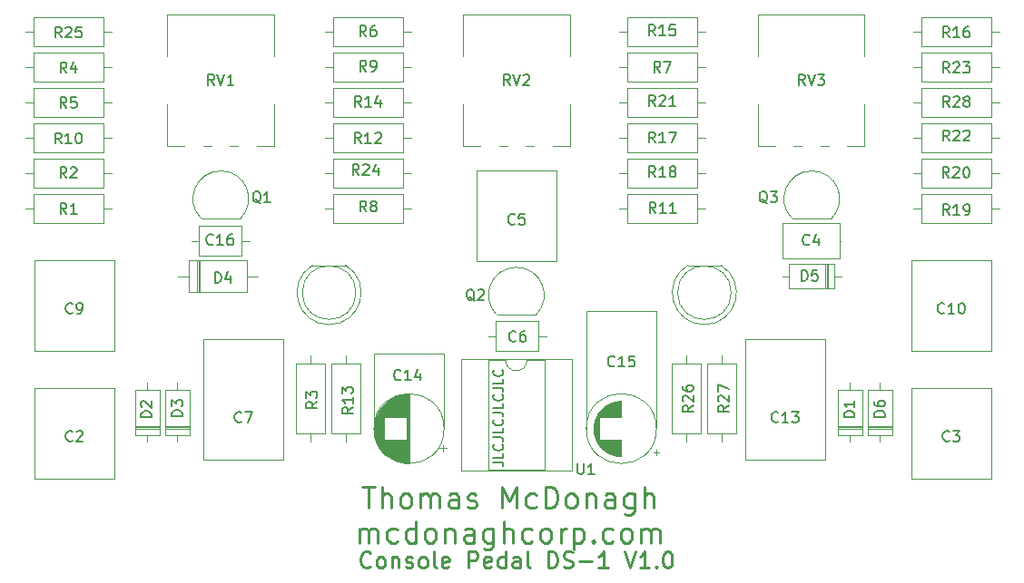
<source format=gbr>
G04 #@! TF.GenerationSoftware,KiCad,Pcbnew,(5.1.7)-1*
G04 #@! TF.CreationDate,2021-05-29T23:18:24-05:00*
G04 #@! TF.ProjectId,ConsolePedalDS1,436f6e73-6f6c-4655-9065-64616c445331,rev?*
G04 #@! TF.SameCoordinates,Original*
G04 #@! TF.FileFunction,Legend,Top*
G04 #@! TF.FilePolarity,Positive*
%FSLAX46Y46*%
G04 Gerber Fmt 4.6, Leading zero omitted, Abs format (unit mm)*
G04 Created by KiCad (PCBNEW (5.1.7)-1) date 2021-05-29 23:18:24*
%MOMM*%
%LPD*%
G01*
G04 APERTURE LIST*
%ADD10C,0.150000*%
%ADD11C,0.250000*%
%ADD12C,0.120000*%
G04 APERTURE END LIST*
D10*
X130571142Y-112107142D02*
X131214000Y-112107142D01*
X131342571Y-112150000D01*
X131428285Y-112235714D01*
X131471142Y-112364285D01*
X131471142Y-112450000D01*
X131471142Y-111250000D02*
X131471142Y-111678571D01*
X130571142Y-111678571D01*
X131385428Y-110435714D02*
X131428285Y-110478571D01*
X131471142Y-110607142D01*
X131471142Y-110692857D01*
X131428285Y-110821428D01*
X131342571Y-110907142D01*
X131256857Y-110950000D01*
X131085428Y-110992857D01*
X130956857Y-110992857D01*
X130785428Y-110950000D01*
X130699714Y-110907142D01*
X130614000Y-110821428D01*
X130571142Y-110692857D01*
X130571142Y-110607142D01*
X130614000Y-110478571D01*
X130656857Y-110435714D01*
X130571142Y-109792857D02*
X131214000Y-109792857D01*
X131342571Y-109835714D01*
X131428285Y-109921428D01*
X131471142Y-110050000D01*
X131471142Y-110135714D01*
X131471142Y-108935714D02*
X131471142Y-109364285D01*
X130571142Y-109364285D01*
X131385428Y-108121428D02*
X131428285Y-108164285D01*
X131471142Y-108292857D01*
X131471142Y-108378571D01*
X131428285Y-108507142D01*
X131342571Y-108592857D01*
X131256857Y-108635714D01*
X131085428Y-108678571D01*
X130956857Y-108678571D01*
X130785428Y-108635714D01*
X130699714Y-108592857D01*
X130614000Y-108507142D01*
X130571142Y-108378571D01*
X130571142Y-108292857D01*
X130614000Y-108164285D01*
X130656857Y-108121428D01*
X130571142Y-107478571D02*
X131214000Y-107478571D01*
X131342571Y-107521428D01*
X131428285Y-107607142D01*
X131471142Y-107735714D01*
X131471142Y-107821428D01*
X131471142Y-106621428D02*
X131471142Y-107050000D01*
X130571142Y-107050000D01*
X131385428Y-105807142D02*
X131428285Y-105850000D01*
X131471142Y-105978571D01*
X131471142Y-106064285D01*
X131428285Y-106192857D01*
X131342571Y-106278571D01*
X131256857Y-106321428D01*
X131085428Y-106364285D01*
X130956857Y-106364285D01*
X130785428Y-106321428D01*
X130699714Y-106278571D01*
X130614000Y-106192857D01*
X130571142Y-106064285D01*
X130571142Y-105978571D01*
X130614000Y-105850000D01*
X130656857Y-105807142D01*
X130571142Y-105164285D02*
X131214000Y-105164285D01*
X131342571Y-105207142D01*
X131428285Y-105292857D01*
X131471142Y-105421428D01*
X131471142Y-105507142D01*
X131471142Y-104307142D02*
X131471142Y-104735714D01*
X130571142Y-104735714D01*
X131385428Y-103492857D02*
X131428285Y-103535714D01*
X131471142Y-103664285D01*
X131471142Y-103750000D01*
X131428285Y-103878571D01*
X131342571Y-103964285D01*
X131256857Y-104007142D01*
X131085428Y-104050000D01*
X130956857Y-104050000D01*
X130785428Y-104007142D01*
X130699714Y-103964285D01*
X130614000Y-103878571D01*
X130571142Y-103750000D01*
X130571142Y-103664285D01*
X130614000Y-103535714D01*
X130656857Y-103492857D01*
D11*
X119107857Y-121820714D02*
X119036428Y-121892142D01*
X118822142Y-121963571D01*
X118679285Y-121963571D01*
X118465000Y-121892142D01*
X118322142Y-121749285D01*
X118250714Y-121606428D01*
X118179285Y-121320714D01*
X118179285Y-121106428D01*
X118250714Y-120820714D01*
X118322142Y-120677857D01*
X118465000Y-120535000D01*
X118679285Y-120463571D01*
X118822142Y-120463571D01*
X119036428Y-120535000D01*
X119107857Y-120606428D01*
X119965000Y-121963571D02*
X119822142Y-121892142D01*
X119750714Y-121820714D01*
X119679285Y-121677857D01*
X119679285Y-121249285D01*
X119750714Y-121106428D01*
X119822142Y-121035000D01*
X119965000Y-120963571D01*
X120179285Y-120963571D01*
X120322142Y-121035000D01*
X120393571Y-121106428D01*
X120465000Y-121249285D01*
X120465000Y-121677857D01*
X120393571Y-121820714D01*
X120322142Y-121892142D01*
X120179285Y-121963571D01*
X119965000Y-121963571D01*
X121107857Y-120963571D02*
X121107857Y-121963571D01*
X121107857Y-121106428D02*
X121179285Y-121035000D01*
X121322142Y-120963571D01*
X121536428Y-120963571D01*
X121679285Y-121035000D01*
X121750714Y-121177857D01*
X121750714Y-121963571D01*
X122393571Y-121892142D02*
X122536428Y-121963571D01*
X122822142Y-121963571D01*
X122965000Y-121892142D01*
X123036428Y-121749285D01*
X123036428Y-121677857D01*
X122965000Y-121535000D01*
X122822142Y-121463571D01*
X122607857Y-121463571D01*
X122465000Y-121392142D01*
X122393571Y-121249285D01*
X122393571Y-121177857D01*
X122465000Y-121035000D01*
X122607857Y-120963571D01*
X122822142Y-120963571D01*
X122965000Y-121035000D01*
X123893571Y-121963571D02*
X123750714Y-121892142D01*
X123679285Y-121820714D01*
X123607857Y-121677857D01*
X123607857Y-121249285D01*
X123679285Y-121106428D01*
X123750714Y-121035000D01*
X123893571Y-120963571D01*
X124107857Y-120963571D01*
X124250714Y-121035000D01*
X124322142Y-121106428D01*
X124393571Y-121249285D01*
X124393571Y-121677857D01*
X124322142Y-121820714D01*
X124250714Y-121892142D01*
X124107857Y-121963571D01*
X123893571Y-121963571D01*
X125250714Y-121963571D02*
X125107857Y-121892142D01*
X125036428Y-121749285D01*
X125036428Y-120463571D01*
X126393571Y-121892142D02*
X126250714Y-121963571D01*
X125965000Y-121963571D01*
X125822142Y-121892142D01*
X125750714Y-121749285D01*
X125750714Y-121177857D01*
X125822142Y-121035000D01*
X125965000Y-120963571D01*
X126250714Y-120963571D01*
X126393571Y-121035000D01*
X126465000Y-121177857D01*
X126465000Y-121320714D01*
X125750714Y-121463571D01*
X128250714Y-121963571D02*
X128250714Y-120463571D01*
X128822142Y-120463571D01*
X128965000Y-120535000D01*
X129036428Y-120606428D01*
X129107857Y-120749285D01*
X129107857Y-120963571D01*
X129036428Y-121106428D01*
X128965000Y-121177857D01*
X128822142Y-121249285D01*
X128250714Y-121249285D01*
X130322142Y-121892142D02*
X130179285Y-121963571D01*
X129893571Y-121963571D01*
X129750714Y-121892142D01*
X129679285Y-121749285D01*
X129679285Y-121177857D01*
X129750714Y-121035000D01*
X129893571Y-120963571D01*
X130179285Y-120963571D01*
X130322142Y-121035000D01*
X130393571Y-121177857D01*
X130393571Y-121320714D01*
X129679285Y-121463571D01*
X131679285Y-121963571D02*
X131679285Y-120463571D01*
X131679285Y-121892142D02*
X131536428Y-121963571D01*
X131250714Y-121963571D01*
X131107857Y-121892142D01*
X131036428Y-121820714D01*
X130965000Y-121677857D01*
X130965000Y-121249285D01*
X131036428Y-121106428D01*
X131107857Y-121035000D01*
X131250714Y-120963571D01*
X131536428Y-120963571D01*
X131679285Y-121035000D01*
X133036428Y-121963571D02*
X133036428Y-121177857D01*
X132965000Y-121035000D01*
X132822142Y-120963571D01*
X132536428Y-120963571D01*
X132393571Y-121035000D01*
X133036428Y-121892142D02*
X132893571Y-121963571D01*
X132536428Y-121963571D01*
X132393571Y-121892142D01*
X132322142Y-121749285D01*
X132322142Y-121606428D01*
X132393571Y-121463571D01*
X132536428Y-121392142D01*
X132893571Y-121392142D01*
X133036428Y-121320714D01*
X133965000Y-121963571D02*
X133822142Y-121892142D01*
X133750714Y-121749285D01*
X133750714Y-120463571D01*
X135679285Y-121963571D02*
X135679285Y-120463571D01*
X136036428Y-120463571D01*
X136250714Y-120535000D01*
X136393571Y-120677857D01*
X136465000Y-120820714D01*
X136536428Y-121106428D01*
X136536428Y-121320714D01*
X136465000Y-121606428D01*
X136393571Y-121749285D01*
X136250714Y-121892142D01*
X136036428Y-121963571D01*
X135679285Y-121963571D01*
X137107857Y-121892142D02*
X137322142Y-121963571D01*
X137679285Y-121963571D01*
X137822142Y-121892142D01*
X137893571Y-121820714D01*
X137965000Y-121677857D01*
X137965000Y-121535000D01*
X137893571Y-121392142D01*
X137822142Y-121320714D01*
X137679285Y-121249285D01*
X137393571Y-121177857D01*
X137250714Y-121106428D01*
X137179285Y-121035000D01*
X137107857Y-120892142D01*
X137107857Y-120749285D01*
X137179285Y-120606428D01*
X137250714Y-120535000D01*
X137393571Y-120463571D01*
X137750714Y-120463571D01*
X137965000Y-120535000D01*
X138607857Y-121392142D02*
X139750714Y-121392142D01*
X141250714Y-121963571D02*
X140393571Y-121963571D01*
X140822142Y-121963571D02*
X140822142Y-120463571D01*
X140679285Y-120677857D01*
X140536428Y-120820714D01*
X140393571Y-120892142D01*
X142822142Y-120463571D02*
X143322142Y-121963571D01*
X143822142Y-120463571D01*
X145107857Y-121963571D02*
X144250714Y-121963571D01*
X144679285Y-121963571D02*
X144679285Y-120463571D01*
X144536428Y-120677857D01*
X144393571Y-120820714D01*
X144250714Y-120892142D01*
X145750714Y-121820714D02*
X145822142Y-121892142D01*
X145750714Y-121963571D01*
X145679285Y-121892142D01*
X145750714Y-121820714D01*
X145750714Y-121963571D01*
X146750714Y-120463571D02*
X146893571Y-120463571D01*
X147036428Y-120535000D01*
X147107857Y-120606428D01*
X147179285Y-120749285D01*
X147250714Y-121035000D01*
X147250714Y-121392142D01*
X147179285Y-121677857D01*
X147107857Y-121820714D01*
X147036428Y-121892142D01*
X146893571Y-121963571D01*
X146750714Y-121963571D01*
X146607857Y-121892142D01*
X146536428Y-121820714D01*
X146465000Y-121677857D01*
X146393571Y-121392142D01*
X146393571Y-121035000D01*
X146465000Y-120749285D01*
X146536428Y-120606428D01*
X146607857Y-120535000D01*
X146750714Y-120463571D01*
X118365714Y-114373761D02*
X119508571Y-114373761D01*
X118937142Y-116373761D02*
X118937142Y-114373761D01*
X120175238Y-116373761D02*
X120175238Y-114373761D01*
X121032380Y-116373761D02*
X121032380Y-115326142D01*
X120937142Y-115135666D01*
X120746666Y-115040428D01*
X120460952Y-115040428D01*
X120270476Y-115135666D01*
X120175238Y-115230904D01*
X122270476Y-116373761D02*
X122080000Y-116278523D01*
X121984761Y-116183285D01*
X121889523Y-115992809D01*
X121889523Y-115421380D01*
X121984761Y-115230904D01*
X122080000Y-115135666D01*
X122270476Y-115040428D01*
X122556190Y-115040428D01*
X122746666Y-115135666D01*
X122841904Y-115230904D01*
X122937142Y-115421380D01*
X122937142Y-115992809D01*
X122841904Y-116183285D01*
X122746666Y-116278523D01*
X122556190Y-116373761D01*
X122270476Y-116373761D01*
X123794285Y-116373761D02*
X123794285Y-115040428D01*
X123794285Y-115230904D02*
X123889523Y-115135666D01*
X124080000Y-115040428D01*
X124365714Y-115040428D01*
X124556190Y-115135666D01*
X124651428Y-115326142D01*
X124651428Y-116373761D01*
X124651428Y-115326142D02*
X124746666Y-115135666D01*
X124937142Y-115040428D01*
X125222857Y-115040428D01*
X125413333Y-115135666D01*
X125508571Y-115326142D01*
X125508571Y-116373761D01*
X127318095Y-116373761D02*
X127318095Y-115326142D01*
X127222857Y-115135666D01*
X127032380Y-115040428D01*
X126651428Y-115040428D01*
X126460952Y-115135666D01*
X127318095Y-116278523D02*
X127127619Y-116373761D01*
X126651428Y-116373761D01*
X126460952Y-116278523D01*
X126365714Y-116088047D01*
X126365714Y-115897571D01*
X126460952Y-115707095D01*
X126651428Y-115611857D01*
X127127619Y-115611857D01*
X127318095Y-115516619D01*
X128175238Y-116278523D02*
X128365714Y-116373761D01*
X128746666Y-116373761D01*
X128937142Y-116278523D01*
X129032380Y-116088047D01*
X129032380Y-115992809D01*
X128937142Y-115802333D01*
X128746666Y-115707095D01*
X128460952Y-115707095D01*
X128270476Y-115611857D01*
X128175238Y-115421380D01*
X128175238Y-115326142D01*
X128270476Y-115135666D01*
X128460952Y-115040428D01*
X128746666Y-115040428D01*
X128937142Y-115135666D01*
X131413333Y-116373761D02*
X131413333Y-114373761D01*
X132080000Y-115802333D01*
X132746666Y-114373761D01*
X132746666Y-116373761D01*
X134556190Y-116278523D02*
X134365714Y-116373761D01*
X133984761Y-116373761D01*
X133794285Y-116278523D01*
X133699047Y-116183285D01*
X133603809Y-115992809D01*
X133603809Y-115421380D01*
X133699047Y-115230904D01*
X133794285Y-115135666D01*
X133984761Y-115040428D01*
X134365714Y-115040428D01*
X134556190Y-115135666D01*
X135413333Y-116373761D02*
X135413333Y-114373761D01*
X135889523Y-114373761D01*
X136175238Y-114469000D01*
X136365714Y-114659476D01*
X136460952Y-114849952D01*
X136556190Y-115230904D01*
X136556190Y-115516619D01*
X136460952Y-115897571D01*
X136365714Y-116088047D01*
X136175238Y-116278523D01*
X135889523Y-116373761D01*
X135413333Y-116373761D01*
X137699047Y-116373761D02*
X137508571Y-116278523D01*
X137413333Y-116183285D01*
X137318095Y-115992809D01*
X137318095Y-115421380D01*
X137413333Y-115230904D01*
X137508571Y-115135666D01*
X137699047Y-115040428D01*
X137984761Y-115040428D01*
X138175238Y-115135666D01*
X138270476Y-115230904D01*
X138365714Y-115421380D01*
X138365714Y-115992809D01*
X138270476Y-116183285D01*
X138175238Y-116278523D01*
X137984761Y-116373761D01*
X137699047Y-116373761D01*
X139222857Y-115040428D02*
X139222857Y-116373761D01*
X139222857Y-115230904D02*
X139318095Y-115135666D01*
X139508571Y-115040428D01*
X139794285Y-115040428D01*
X139984761Y-115135666D01*
X140080000Y-115326142D01*
X140080000Y-116373761D01*
X141889523Y-116373761D02*
X141889523Y-115326142D01*
X141794285Y-115135666D01*
X141603809Y-115040428D01*
X141222857Y-115040428D01*
X141032380Y-115135666D01*
X141889523Y-116278523D02*
X141699047Y-116373761D01*
X141222857Y-116373761D01*
X141032380Y-116278523D01*
X140937142Y-116088047D01*
X140937142Y-115897571D01*
X141032380Y-115707095D01*
X141222857Y-115611857D01*
X141699047Y-115611857D01*
X141889523Y-115516619D01*
X143699047Y-115040428D02*
X143699047Y-116659476D01*
X143603809Y-116849952D01*
X143508571Y-116945190D01*
X143318095Y-117040428D01*
X143032380Y-117040428D01*
X142841904Y-116945190D01*
X143699047Y-116278523D02*
X143508571Y-116373761D01*
X143127619Y-116373761D01*
X142937142Y-116278523D01*
X142841904Y-116183285D01*
X142746666Y-115992809D01*
X142746666Y-115421380D01*
X142841904Y-115230904D01*
X142937142Y-115135666D01*
X143127619Y-115040428D01*
X143508571Y-115040428D01*
X143699047Y-115135666D01*
X144651428Y-116373761D02*
X144651428Y-114373761D01*
X145508571Y-116373761D02*
X145508571Y-115326142D01*
X145413333Y-115135666D01*
X145222857Y-115040428D01*
X144937142Y-115040428D01*
X144746666Y-115135666D01*
X144651428Y-115230904D01*
X118080000Y-119623761D02*
X118080000Y-118290428D01*
X118080000Y-118480904D02*
X118175238Y-118385666D01*
X118365714Y-118290428D01*
X118651428Y-118290428D01*
X118841904Y-118385666D01*
X118937142Y-118576142D01*
X118937142Y-119623761D01*
X118937142Y-118576142D02*
X119032380Y-118385666D01*
X119222857Y-118290428D01*
X119508571Y-118290428D01*
X119699047Y-118385666D01*
X119794285Y-118576142D01*
X119794285Y-119623761D01*
X121603809Y-119528523D02*
X121413333Y-119623761D01*
X121032380Y-119623761D01*
X120841904Y-119528523D01*
X120746666Y-119433285D01*
X120651428Y-119242809D01*
X120651428Y-118671380D01*
X120746666Y-118480904D01*
X120841904Y-118385666D01*
X121032380Y-118290428D01*
X121413333Y-118290428D01*
X121603809Y-118385666D01*
X123318095Y-119623761D02*
X123318095Y-117623761D01*
X123318095Y-119528523D02*
X123127619Y-119623761D01*
X122746666Y-119623761D01*
X122556190Y-119528523D01*
X122460952Y-119433285D01*
X122365714Y-119242809D01*
X122365714Y-118671380D01*
X122460952Y-118480904D01*
X122556190Y-118385666D01*
X122746666Y-118290428D01*
X123127619Y-118290428D01*
X123318095Y-118385666D01*
X124556190Y-119623761D02*
X124365714Y-119528523D01*
X124270476Y-119433285D01*
X124175238Y-119242809D01*
X124175238Y-118671380D01*
X124270476Y-118480904D01*
X124365714Y-118385666D01*
X124556190Y-118290428D01*
X124841904Y-118290428D01*
X125032380Y-118385666D01*
X125127619Y-118480904D01*
X125222857Y-118671380D01*
X125222857Y-119242809D01*
X125127619Y-119433285D01*
X125032380Y-119528523D01*
X124841904Y-119623761D01*
X124556190Y-119623761D01*
X126080000Y-118290428D02*
X126080000Y-119623761D01*
X126080000Y-118480904D02*
X126175238Y-118385666D01*
X126365714Y-118290428D01*
X126651428Y-118290428D01*
X126841904Y-118385666D01*
X126937142Y-118576142D01*
X126937142Y-119623761D01*
X128746666Y-119623761D02*
X128746666Y-118576142D01*
X128651428Y-118385666D01*
X128460952Y-118290428D01*
X128080000Y-118290428D01*
X127889523Y-118385666D01*
X128746666Y-119528523D02*
X128556190Y-119623761D01*
X128080000Y-119623761D01*
X127889523Y-119528523D01*
X127794285Y-119338047D01*
X127794285Y-119147571D01*
X127889523Y-118957095D01*
X128080000Y-118861857D01*
X128556190Y-118861857D01*
X128746666Y-118766619D01*
X130556190Y-118290428D02*
X130556190Y-119909476D01*
X130460952Y-120099952D01*
X130365714Y-120195190D01*
X130175238Y-120290428D01*
X129889523Y-120290428D01*
X129699047Y-120195190D01*
X130556190Y-119528523D02*
X130365714Y-119623761D01*
X129984761Y-119623761D01*
X129794285Y-119528523D01*
X129699047Y-119433285D01*
X129603809Y-119242809D01*
X129603809Y-118671380D01*
X129699047Y-118480904D01*
X129794285Y-118385666D01*
X129984761Y-118290428D01*
X130365714Y-118290428D01*
X130556190Y-118385666D01*
X131508571Y-119623761D02*
X131508571Y-117623761D01*
X132365714Y-119623761D02*
X132365714Y-118576142D01*
X132270476Y-118385666D01*
X132080000Y-118290428D01*
X131794285Y-118290428D01*
X131603809Y-118385666D01*
X131508571Y-118480904D01*
X134175238Y-119528523D02*
X133984761Y-119623761D01*
X133603809Y-119623761D01*
X133413333Y-119528523D01*
X133318095Y-119433285D01*
X133222857Y-119242809D01*
X133222857Y-118671380D01*
X133318095Y-118480904D01*
X133413333Y-118385666D01*
X133603809Y-118290428D01*
X133984761Y-118290428D01*
X134175238Y-118385666D01*
X135318095Y-119623761D02*
X135127619Y-119528523D01*
X135032380Y-119433285D01*
X134937142Y-119242809D01*
X134937142Y-118671380D01*
X135032380Y-118480904D01*
X135127619Y-118385666D01*
X135318095Y-118290428D01*
X135603809Y-118290428D01*
X135794285Y-118385666D01*
X135889523Y-118480904D01*
X135984761Y-118671380D01*
X135984761Y-119242809D01*
X135889523Y-119433285D01*
X135794285Y-119528523D01*
X135603809Y-119623761D01*
X135318095Y-119623761D01*
X136841904Y-119623761D02*
X136841904Y-118290428D01*
X136841904Y-118671380D02*
X136937142Y-118480904D01*
X137032380Y-118385666D01*
X137222857Y-118290428D01*
X137413333Y-118290428D01*
X138080000Y-118290428D02*
X138080000Y-120290428D01*
X138080000Y-118385666D02*
X138270476Y-118290428D01*
X138651428Y-118290428D01*
X138841904Y-118385666D01*
X138937142Y-118480904D01*
X139032380Y-118671380D01*
X139032380Y-119242809D01*
X138937142Y-119433285D01*
X138841904Y-119528523D01*
X138651428Y-119623761D01*
X138270476Y-119623761D01*
X138080000Y-119528523D01*
X139889523Y-119433285D02*
X139984761Y-119528523D01*
X139889523Y-119623761D01*
X139794285Y-119528523D01*
X139889523Y-119433285D01*
X139889523Y-119623761D01*
X141699047Y-119528523D02*
X141508571Y-119623761D01*
X141127619Y-119623761D01*
X140937142Y-119528523D01*
X140841904Y-119433285D01*
X140746666Y-119242809D01*
X140746666Y-118671380D01*
X140841904Y-118480904D01*
X140937142Y-118385666D01*
X141127619Y-118290428D01*
X141508571Y-118290428D01*
X141699047Y-118385666D01*
X142841904Y-119623761D02*
X142651428Y-119528523D01*
X142556190Y-119433285D01*
X142460952Y-119242809D01*
X142460952Y-118671380D01*
X142556190Y-118480904D01*
X142651428Y-118385666D01*
X142841904Y-118290428D01*
X143127619Y-118290428D01*
X143318095Y-118385666D01*
X143413333Y-118480904D01*
X143508571Y-118671380D01*
X143508571Y-119242809D01*
X143413333Y-119433285D01*
X143318095Y-119528523D01*
X143127619Y-119623761D01*
X142841904Y-119623761D01*
X144365714Y-119623761D02*
X144365714Y-118290428D01*
X144365714Y-118480904D02*
X144460952Y-118385666D01*
X144651428Y-118290428D01*
X144937142Y-118290428D01*
X145127619Y-118385666D01*
X145222857Y-118576142D01*
X145222857Y-119623761D01*
X145222857Y-118576142D02*
X145318095Y-118385666D01*
X145508571Y-118290428D01*
X145794285Y-118290428D01*
X145984761Y-118385666D01*
X146080000Y-118576142D01*
X146080000Y-119623761D01*
D12*
G04 #@! TO.C,D7*
X116795000Y-93710000D02*
X113705000Y-93710000D01*
X117750000Y-96270000D02*
G75*
G03*
X117750000Y-96270000I-2500000J0D01*
G01*
X115249538Y-99260000D02*
G75*
G03*
X116794830Y-93710000I462J2990000D01*
G01*
X115250462Y-99260000D02*
G75*
G02*
X113705170Y-93710000I-462J2990000D01*
G01*
G04 #@! TO.C,D8*
X152750000Y-96270000D02*
G75*
G03*
X152750000Y-96270000I-2500000J0D01*
G01*
X151795000Y-93710000D02*
X148705000Y-93710000D01*
X150250462Y-99260000D02*
G75*
G02*
X148705170Y-93710000I-462J2990000D01*
G01*
X150249538Y-99260000D02*
G75*
G03*
X151794830Y-93710000I462J2990000D01*
G01*
G04 #@! TO.C,R28*
X169696000Y-78486000D02*
X170466000Y-78486000D01*
X177776000Y-78486000D02*
X177006000Y-78486000D01*
X170466000Y-79856000D02*
X177006000Y-79856000D01*
X170466000Y-77116000D02*
X170466000Y-79856000D01*
X177006000Y-77116000D02*
X170466000Y-77116000D01*
X177006000Y-79856000D02*
X177006000Y-77116000D01*
G04 #@! TO.C,C2*
X95200000Y-113638000D02*
X87760000Y-113638000D01*
X95200000Y-105148000D02*
X87760000Y-105148000D01*
X95200000Y-113638000D02*
X95200000Y-105148000D01*
X87760000Y-113638000D02*
X87760000Y-105148000D01*
G04 #@! TO.C,C3*
X169548000Y-113638000D02*
X169548000Y-105148000D01*
X176988000Y-113638000D02*
X176988000Y-105148000D01*
X176988000Y-105148000D02*
X169548000Y-105148000D01*
X176988000Y-113638000D02*
X169548000Y-113638000D01*
G04 #@! TO.C,C4*
X157544000Y-89770000D02*
X157544000Y-93110000D01*
X157544000Y-93110000D02*
X162884000Y-93110000D01*
X162884000Y-93110000D02*
X162884000Y-89770000D01*
X162884000Y-89770000D02*
X157544000Y-89770000D01*
X157504000Y-91440000D02*
X157544000Y-91440000D01*
X162924000Y-91440000D02*
X162884000Y-91440000D01*
G04 #@! TO.C,C5*
X128995000Y-93370000D02*
X128995000Y-84880000D01*
X136435000Y-93370000D02*
X136435000Y-84880000D01*
X136435000Y-84880000D02*
X128995000Y-84880000D01*
X136435000Y-93370000D02*
X128995000Y-93370000D01*
G04 #@! TO.C,C6*
X135492000Y-100330000D02*
X134802000Y-100330000D01*
X130072000Y-100330000D02*
X130762000Y-100330000D01*
X134802000Y-98910000D02*
X130762000Y-98910000D01*
X134802000Y-101750000D02*
X134802000Y-98910000D01*
X130762000Y-101750000D02*
X134802000Y-101750000D01*
X130762000Y-98910000D02*
X130762000Y-101750000D01*
G04 #@! TO.C,C7*
X103508000Y-111860000D02*
X103508000Y-100570000D01*
X110948000Y-111860000D02*
X110948000Y-100570000D01*
X110948000Y-100570000D02*
X103508000Y-100570000D01*
X110948000Y-111860000D02*
X103508000Y-111860000D01*
G04 #@! TO.C,C9*
X95200000Y-101700000D02*
X87760000Y-101700000D01*
X95200000Y-93210000D02*
X87760000Y-93210000D01*
X95200000Y-101700000D02*
X95200000Y-93210000D01*
X87760000Y-101700000D02*
X87760000Y-93210000D01*
G04 #@! TO.C,C10*
X169548000Y-101700000D02*
X169548000Y-93210000D01*
X176988000Y-101700000D02*
X176988000Y-93210000D01*
X176988000Y-93210000D02*
X169548000Y-93210000D01*
X176988000Y-101700000D02*
X169548000Y-101700000D01*
G04 #@! TO.C,C13*
X161494000Y-111860000D02*
X154054000Y-111860000D01*
X161494000Y-100570000D02*
X154054000Y-100570000D01*
X161494000Y-111860000D02*
X161494000Y-100570000D01*
X154054000Y-111860000D02*
X154054000Y-100570000D01*
G04 #@! TO.C,C14*
X125972000Y-101966000D02*
X119432000Y-101966000D01*
X119432000Y-108966000D02*
X119432000Y-101966000D01*
X125972000Y-108966000D02*
X125972000Y-101966000D01*
X125972000Y-108966000D02*
G75*
G03*
X125972000Y-108966000I-3270000J0D01*
G01*
X122702000Y-112196000D02*
X122702000Y-105736000D01*
X122662000Y-112196000D02*
X122662000Y-105736000D01*
X122622000Y-112196000D02*
X122622000Y-105736000D01*
X122582000Y-112194000D02*
X122582000Y-105738000D01*
X122542000Y-112193000D02*
X122542000Y-105739000D01*
X122502000Y-112190000D02*
X122502000Y-105742000D01*
X122462000Y-112188000D02*
X122462000Y-110006000D01*
X122462000Y-107926000D02*
X122462000Y-105744000D01*
X122422000Y-112184000D02*
X122422000Y-110006000D01*
X122422000Y-107926000D02*
X122422000Y-105748000D01*
X122382000Y-112181000D02*
X122382000Y-110006000D01*
X122382000Y-107926000D02*
X122382000Y-105751000D01*
X122342000Y-112177000D02*
X122342000Y-110006000D01*
X122342000Y-107926000D02*
X122342000Y-105755000D01*
X122302000Y-112172000D02*
X122302000Y-110006000D01*
X122302000Y-107926000D02*
X122302000Y-105760000D01*
X122262000Y-112167000D02*
X122262000Y-110006000D01*
X122262000Y-107926000D02*
X122262000Y-105765000D01*
X122222000Y-112161000D02*
X122222000Y-110006000D01*
X122222000Y-107926000D02*
X122222000Y-105771000D01*
X122182000Y-112155000D02*
X122182000Y-110006000D01*
X122182000Y-107926000D02*
X122182000Y-105777000D01*
X122142000Y-112148000D02*
X122142000Y-110006000D01*
X122142000Y-107926000D02*
X122142000Y-105784000D01*
X122102000Y-112141000D02*
X122102000Y-110006000D01*
X122102000Y-107926000D02*
X122102000Y-105791000D01*
X122062000Y-112133000D02*
X122062000Y-110006000D01*
X122062000Y-107926000D02*
X122062000Y-105799000D01*
X122022000Y-112125000D02*
X122022000Y-110006000D01*
X122022000Y-107926000D02*
X122022000Y-105807000D01*
X121981000Y-112116000D02*
X121981000Y-110006000D01*
X121981000Y-107926000D02*
X121981000Y-105816000D01*
X121941000Y-112107000D02*
X121941000Y-110006000D01*
X121941000Y-107926000D02*
X121941000Y-105825000D01*
X121901000Y-112097000D02*
X121901000Y-110006000D01*
X121901000Y-107926000D02*
X121901000Y-105835000D01*
X121861000Y-112087000D02*
X121861000Y-110006000D01*
X121861000Y-107926000D02*
X121861000Y-105845000D01*
X121821000Y-112076000D02*
X121821000Y-110006000D01*
X121821000Y-107926000D02*
X121821000Y-105856000D01*
X121781000Y-112064000D02*
X121781000Y-110006000D01*
X121781000Y-107926000D02*
X121781000Y-105868000D01*
X121741000Y-112052000D02*
X121741000Y-110006000D01*
X121741000Y-107926000D02*
X121741000Y-105880000D01*
X121701000Y-112040000D02*
X121701000Y-110006000D01*
X121701000Y-107926000D02*
X121701000Y-105892000D01*
X121661000Y-112027000D02*
X121661000Y-110006000D01*
X121661000Y-107926000D02*
X121661000Y-105905000D01*
X121621000Y-112013000D02*
X121621000Y-110006000D01*
X121621000Y-107926000D02*
X121621000Y-105919000D01*
X121581000Y-111999000D02*
X121581000Y-110006000D01*
X121581000Y-107926000D02*
X121581000Y-105933000D01*
X121541000Y-111984000D02*
X121541000Y-110006000D01*
X121541000Y-107926000D02*
X121541000Y-105948000D01*
X121501000Y-111968000D02*
X121501000Y-110006000D01*
X121501000Y-107926000D02*
X121501000Y-105964000D01*
X121461000Y-111952000D02*
X121461000Y-110006000D01*
X121461000Y-107926000D02*
X121461000Y-105980000D01*
X121421000Y-111936000D02*
X121421000Y-110006000D01*
X121421000Y-107926000D02*
X121421000Y-105996000D01*
X121381000Y-111918000D02*
X121381000Y-110006000D01*
X121381000Y-107926000D02*
X121381000Y-106014000D01*
X121341000Y-111900000D02*
X121341000Y-110006000D01*
X121341000Y-107926000D02*
X121341000Y-106032000D01*
X121301000Y-111882000D02*
X121301000Y-110006000D01*
X121301000Y-107926000D02*
X121301000Y-106050000D01*
X121261000Y-111862000D02*
X121261000Y-110006000D01*
X121261000Y-107926000D02*
X121261000Y-106070000D01*
X121221000Y-111842000D02*
X121221000Y-110006000D01*
X121221000Y-107926000D02*
X121221000Y-106090000D01*
X121181000Y-111822000D02*
X121181000Y-110006000D01*
X121181000Y-107926000D02*
X121181000Y-106110000D01*
X121141000Y-111800000D02*
X121141000Y-110006000D01*
X121141000Y-107926000D02*
X121141000Y-106132000D01*
X121101000Y-111778000D02*
X121101000Y-110006000D01*
X121101000Y-107926000D02*
X121101000Y-106154000D01*
X121061000Y-111756000D02*
X121061000Y-110006000D01*
X121061000Y-107926000D02*
X121061000Y-106176000D01*
X121021000Y-111732000D02*
X121021000Y-110006000D01*
X121021000Y-107926000D02*
X121021000Y-106200000D01*
X120981000Y-111708000D02*
X120981000Y-110006000D01*
X120981000Y-107926000D02*
X120981000Y-106224000D01*
X120941000Y-111682000D02*
X120941000Y-110006000D01*
X120941000Y-107926000D02*
X120941000Y-106250000D01*
X120901000Y-111656000D02*
X120901000Y-110006000D01*
X120901000Y-107926000D02*
X120901000Y-106276000D01*
X120861000Y-111630000D02*
X120861000Y-110006000D01*
X120861000Y-107926000D02*
X120861000Y-106302000D01*
X120821000Y-111602000D02*
X120821000Y-110006000D01*
X120821000Y-107926000D02*
X120821000Y-106330000D01*
X120781000Y-111573000D02*
X120781000Y-110006000D01*
X120781000Y-107926000D02*
X120781000Y-106359000D01*
X120741000Y-111544000D02*
X120741000Y-110006000D01*
X120741000Y-107926000D02*
X120741000Y-106388000D01*
X120701000Y-111514000D02*
X120701000Y-110006000D01*
X120701000Y-107926000D02*
X120701000Y-106418000D01*
X120661000Y-111482000D02*
X120661000Y-110006000D01*
X120661000Y-107926000D02*
X120661000Y-106450000D01*
X120621000Y-111450000D02*
X120621000Y-110006000D01*
X120621000Y-107926000D02*
X120621000Y-106482000D01*
X120581000Y-111416000D02*
X120581000Y-110006000D01*
X120581000Y-107926000D02*
X120581000Y-106516000D01*
X120541000Y-111382000D02*
X120541000Y-110006000D01*
X120541000Y-107926000D02*
X120541000Y-106550000D01*
X120501000Y-111346000D02*
X120501000Y-110006000D01*
X120501000Y-107926000D02*
X120501000Y-106586000D01*
X120461000Y-111309000D02*
X120461000Y-110006000D01*
X120461000Y-107926000D02*
X120461000Y-106623000D01*
X120421000Y-111271000D02*
X120421000Y-110006000D01*
X120421000Y-107926000D02*
X120421000Y-106661000D01*
X120381000Y-111231000D02*
X120381000Y-106701000D01*
X120341000Y-111190000D02*
X120341000Y-106742000D01*
X120301000Y-111148000D02*
X120301000Y-106784000D01*
X120261000Y-111103000D02*
X120261000Y-106829000D01*
X120221000Y-111058000D02*
X120221000Y-106874000D01*
X120181000Y-111010000D02*
X120181000Y-106922000D01*
X120141000Y-110961000D02*
X120141000Y-106971000D01*
X120101000Y-110910000D02*
X120101000Y-107022000D01*
X120061000Y-110856000D02*
X120061000Y-107076000D01*
X120021000Y-110800000D02*
X120021000Y-107132000D01*
X119981000Y-110742000D02*
X119981000Y-107190000D01*
X119941000Y-110680000D02*
X119941000Y-107252000D01*
X119901000Y-110616000D02*
X119901000Y-107316000D01*
X119861000Y-110547000D02*
X119861000Y-107385000D01*
X119821000Y-110475000D02*
X119821000Y-107457000D01*
X119781000Y-110398000D02*
X119781000Y-107534000D01*
X119741000Y-110316000D02*
X119741000Y-107616000D01*
X119701000Y-110228000D02*
X119701000Y-107704000D01*
X119661000Y-110131000D02*
X119661000Y-107801000D01*
X119621000Y-110025000D02*
X119621000Y-107907000D01*
X119581000Y-109906000D02*
X119581000Y-108026000D01*
X119541000Y-109768000D02*
X119541000Y-108164000D01*
X119501000Y-109599000D02*
X119501000Y-108333000D01*
X119461000Y-109368000D02*
X119461000Y-108564000D01*
X126202241Y-110805000D02*
X125572241Y-110805000D01*
X125887241Y-111120000D02*
X125887241Y-110490000D01*
G04 #@! TO.C,C15*
X145780000Y-97966000D02*
X139240000Y-97966000D01*
X145780000Y-108966000D02*
X145780000Y-97966000D01*
X139240000Y-108966000D02*
X139240000Y-97966000D01*
X145780000Y-108966000D02*
G75*
G03*
X145780000Y-108966000I-3270000J0D01*
G01*
X142510000Y-107926000D02*
X142510000Y-106386000D01*
X142510000Y-111546000D02*
X142510000Y-110006000D01*
X142470000Y-107926000D02*
X142470000Y-106386000D01*
X142470000Y-111546000D02*
X142470000Y-110006000D01*
X142430000Y-111545000D02*
X142430000Y-110006000D01*
X142430000Y-107926000D02*
X142430000Y-106387000D01*
X142390000Y-111544000D02*
X142390000Y-110006000D01*
X142390000Y-107926000D02*
X142390000Y-106388000D01*
X142350000Y-111542000D02*
X142350000Y-110006000D01*
X142350000Y-107926000D02*
X142350000Y-106390000D01*
X142310000Y-111539000D02*
X142310000Y-110006000D01*
X142310000Y-107926000D02*
X142310000Y-106393000D01*
X142270000Y-111535000D02*
X142270000Y-110006000D01*
X142270000Y-107926000D02*
X142270000Y-106397000D01*
X142230000Y-111531000D02*
X142230000Y-110006000D01*
X142230000Y-107926000D02*
X142230000Y-106401000D01*
X142190000Y-111527000D02*
X142190000Y-110006000D01*
X142190000Y-107926000D02*
X142190000Y-106405000D01*
X142150000Y-111522000D02*
X142150000Y-110006000D01*
X142150000Y-107926000D02*
X142150000Y-106410000D01*
X142110000Y-111516000D02*
X142110000Y-110006000D01*
X142110000Y-107926000D02*
X142110000Y-106416000D01*
X142070000Y-111509000D02*
X142070000Y-110006000D01*
X142070000Y-107926000D02*
X142070000Y-106423000D01*
X142030000Y-111502000D02*
X142030000Y-110006000D01*
X142030000Y-107926000D02*
X142030000Y-106430000D01*
X141990000Y-111494000D02*
X141990000Y-110006000D01*
X141990000Y-107926000D02*
X141990000Y-106438000D01*
X141950000Y-111486000D02*
X141950000Y-110006000D01*
X141950000Y-107926000D02*
X141950000Y-106446000D01*
X141910000Y-111477000D02*
X141910000Y-110006000D01*
X141910000Y-107926000D02*
X141910000Y-106455000D01*
X141870000Y-111467000D02*
X141870000Y-110006000D01*
X141870000Y-107926000D02*
X141870000Y-106465000D01*
X141830000Y-111457000D02*
X141830000Y-110006000D01*
X141830000Y-107926000D02*
X141830000Y-106475000D01*
X141789000Y-111446000D02*
X141789000Y-110006000D01*
X141789000Y-107926000D02*
X141789000Y-106486000D01*
X141749000Y-111434000D02*
X141749000Y-110006000D01*
X141749000Y-107926000D02*
X141749000Y-106498000D01*
X141709000Y-111421000D02*
X141709000Y-110006000D01*
X141709000Y-107926000D02*
X141709000Y-106511000D01*
X141669000Y-111408000D02*
X141669000Y-110006000D01*
X141669000Y-107926000D02*
X141669000Y-106524000D01*
X141629000Y-111394000D02*
X141629000Y-110006000D01*
X141629000Y-107926000D02*
X141629000Y-106538000D01*
X141589000Y-111380000D02*
X141589000Y-110006000D01*
X141589000Y-107926000D02*
X141589000Y-106552000D01*
X141549000Y-111364000D02*
X141549000Y-110006000D01*
X141549000Y-107926000D02*
X141549000Y-106568000D01*
X141509000Y-111348000D02*
X141509000Y-110006000D01*
X141509000Y-107926000D02*
X141509000Y-106584000D01*
X141469000Y-111331000D02*
X141469000Y-110006000D01*
X141469000Y-107926000D02*
X141469000Y-106601000D01*
X141429000Y-111314000D02*
X141429000Y-110006000D01*
X141429000Y-107926000D02*
X141429000Y-106618000D01*
X141389000Y-111295000D02*
X141389000Y-110006000D01*
X141389000Y-107926000D02*
X141389000Y-106637000D01*
X141349000Y-111276000D02*
X141349000Y-110006000D01*
X141349000Y-107926000D02*
X141349000Y-106656000D01*
X141309000Y-111256000D02*
X141309000Y-110006000D01*
X141309000Y-107926000D02*
X141309000Y-106676000D01*
X141269000Y-111234000D02*
X141269000Y-110006000D01*
X141269000Y-107926000D02*
X141269000Y-106698000D01*
X141229000Y-111213000D02*
X141229000Y-110006000D01*
X141229000Y-107926000D02*
X141229000Y-106719000D01*
X141189000Y-111190000D02*
X141189000Y-110006000D01*
X141189000Y-107926000D02*
X141189000Y-106742000D01*
X141149000Y-111166000D02*
X141149000Y-110006000D01*
X141149000Y-107926000D02*
X141149000Y-106766000D01*
X141109000Y-111141000D02*
X141109000Y-110006000D01*
X141109000Y-107926000D02*
X141109000Y-106791000D01*
X141069000Y-111115000D02*
X141069000Y-110006000D01*
X141069000Y-107926000D02*
X141069000Y-106817000D01*
X141029000Y-111088000D02*
X141029000Y-110006000D01*
X141029000Y-107926000D02*
X141029000Y-106844000D01*
X140989000Y-111061000D02*
X140989000Y-110006000D01*
X140989000Y-107926000D02*
X140989000Y-106871000D01*
X140949000Y-111031000D02*
X140949000Y-110006000D01*
X140949000Y-107926000D02*
X140949000Y-106901000D01*
X140909000Y-111001000D02*
X140909000Y-110006000D01*
X140909000Y-107926000D02*
X140909000Y-106931000D01*
X140869000Y-110970000D02*
X140869000Y-110006000D01*
X140869000Y-107926000D02*
X140869000Y-106962000D01*
X140829000Y-110937000D02*
X140829000Y-110006000D01*
X140829000Y-107926000D02*
X140829000Y-106995000D01*
X140789000Y-110903000D02*
X140789000Y-110006000D01*
X140789000Y-107926000D02*
X140789000Y-107029000D01*
X140749000Y-110867000D02*
X140749000Y-110006000D01*
X140749000Y-107926000D02*
X140749000Y-107065000D01*
X140709000Y-110830000D02*
X140709000Y-110006000D01*
X140709000Y-107926000D02*
X140709000Y-107102000D01*
X140669000Y-110792000D02*
X140669000Y-110006000D01*
X140669000Y-107926000D02*
X140669000Y-107140000D01*
X140629000Y-110751000D02*
X140629000Y-110006000D01*
X140629000Y-107926000D02*
X140629000Y-107181000D01*
X140589000Y-110709000D02*
X140589000Y-110006000D01*
X140589000Y-107926000D02*
X140589000Y-107223000D01*
X140549000Y-110665000D02*
X140549000Y-110006000D01*
X140549000Y-107926000D02*
X140549000Y-107267000D01*
X140509000Y-110619000D02*
X140509000Y-110006000D01*
X140509000Y-107926000D02*
X140509000Y-107313000D01*
X140469000Y-110571000D02*
X140469000Y-107361000D01*
X140429000Y-110520000D02*
X140429000Y-107412000D01*
X140389000Y-110466000D02*
X140389000Y-107466000D01*
X140349000Y-110409000D02*
X140349000Y-107523000D01*
X140309000Y-110349000D02*
X140309000Y-107583000D01*
X140269000Y-110285000D02*
X140269000Y-107647000D01*
X140229000Y-110217000D02*
X140229000Y-107715000D01*
X140189000Y-110144000D02*
X140189000Y-107788000D01*
X140149000Y-110064000D02*
X140149000Y-107868000D01*
X140109000Y-109977000D02*
X140109000Y-107955000D01*
X140069000Y-109881000D02*
X140069000Y-108051000D01*
X140029000Y-109771000D02*
X140029000Y-108161000D01*
X139989000Y-109643000D02*
X139989000Y-108289000D01*
X139949000Y-109484000D02*
X139949000Y-108448000D01*
X139909000Y-109250000D02*
X139909000Y-108682000D01*
X146025975Y-111164900D02*
X145525975Y-111164900D01*
X145775975Y-111414900D02*
X145775975Y-110914900D01*
G04 #@! TO.C,C16*
X103076000Y-90020000D02*
X103076000Y-92860000D01*
X103076000Y-92860000D02*
X107116000Y-92860000D01*
X107116000Y-92860000D02*
X107116000Y-90020000D01*
X107116000Y-90020000D02*
X103076000Y-90020000D01*
X102386000Y-91440000D02*
X103076000Y-91440000D01*
X107806000Y-91440000D02*
X107116000Y-91440000D01*
G04 #@! TO.C,D1*
X162710000Y-109562000D02*
X164950000Y-109562000D01*
X164950000Y-109562000D02*
X164950000Y-105322000D01*
X164950000Y-105322000D02*
X162710000Y-105322000D01*
X162710000Y-105322000D02*
X162710000Y-109562000D01*
X163830000Y-110212000D02*
X163830000Y-109562000D01*
X163830000Y-104672000D02*
X163830000Y-105322000D01*
X162710000Y-108842000D02*
X164950000Y-108842000D01*
X162710000Y-108722000D02*
X164950000Y-108722000D01*
X162710000Y-108962000D02*
X164950000Y-108962000D01*
G04 #@! TO.C,D2*
X97178000Y-109562000D02*
X99418000Y-109562000D01*
X99418000Y-109562000D02*
X99418000Y-105322000D01*
X99418000Y-105322000D02*
X97178000Y-105322000D01*
X97178000Y-105322000D02*
X97178000Y-109562000D01*
X98298000Y-110212000D02*
X98298000Y-109562000D01*
X98298000Y-104672000D02*
X98298000Y-105322000D01*
X97178000Y-108842000D02*
X99418000Y-108842000D01*
X97178000Y-108722000D02*
X99418000Y-108722000D01*
X97178000Y-108962000D02*
X99418000Y-108962000D01*
G04 #@! TO.C,D3*
X99972000Y-108962000D02*
X102212000Y-108962000D01*
X99972000Y-108722000D02*
X102212000Y-108722000D01*
X99972000Y-108842000D02*
X102212000Y-108842000D01*
X101092000Y-104672000D02*
X101092000Y-105322000D01*
X101092000Y-110212000D02*
X101092000Y-109562000D01*
X99972000Y-105322000D02*
X99972000Y-109562000D01*
X102212000Y-105322000D02*
X99972000Y-105322000D01*
X102212000Y-109562000D02*
X102212000Y-105322000D01*
X99972000Y-109562000D02*
X102212000Y-109562000D01*
G04 #@! TO.C,D4*
X102182000Y-93272000D02*
X102182000Y-96212000D01*
X102182000Y-96212000D02*
X107622000Y-96212000D01*
X107622000Y-96212000D02*
X107622000Y-93272000D01*
X107622000Y-93272000D02*
X102182000Y-93272000D01*
X101162000Y-94742000D02*
X102182000Y-94742000D01*
X108642000Y-94742000D02*
X107622000Y-94742000D01*
X103082000Y-93272000D02*
X103082000Y-96212000D01*
X103202000Y-93272000D02*
X103202000Y-96212000D01*
X102962000Y-93272000D02*
X102962000Y-96212000D01*
G04 #@! TO.C,D5*
X161794000Y-95862000D02*
X161794000Y-93622000D01*
X161554000Y-95862000D02*
X161554000Y-93622000D01*
X161674000Y-95862000D02*
X161674000Y-93622000D01*
X157504000Y-94742000D02*
X158154000Y-94742000D01*
X163044000Y-94742000D02*
X162394000Y-94742000D01*
X158154000Y-95862000D02*
X162394000Y-95862000D01*
X158154000Y-93622000D02*
X158154000Y-95862000D01*
X162394000Y-93622000D02*
X158154000Y-93622000D01*
X162394000Y-95862000D02*
X162394000Y-93622000D01*
G04 #@! TO.C,D6*
X165504000Y-109562000D02*
X167744000Y-109562000D01*
X167744000Y-109562000D02*
X167744000Y-105322000D01*
X167744000Y-105322000D02*
X165504000Y-105322000D01*
X165504000Y-105322000D02*
X165504000Y-109562000D01*
X166624000Y-110212000D02*
X166624000Y-109562000D01*
X166624000Y-104672000D02*
X166624000Y-105322000D01*
X165504000Y-108842000D02*
X167744000Y-108842000D01*
X165504000Y-108722000D02*
X167744000Y-108722000D01*
X165504000Y-108962000D02*
X167744000Y-108962000D01*
G04 #@! TO.C,Q1*
X103356000Y-89350000D02*
X106956000Y-89350000D01*
X103317522Y-89338478D02*
G75*
G02*
X105156000Y-84900000I1838478J1838478D01*
G01*
X106994478Y-89338478D02*
G75*
G03*
X105156000Y-84900000I-1838478J1838478D01*
G01*
G04 #@! TO.C,Q2*
X130915000Y-98350000D02*
X134515000Y-98350000D01*
X130876522Y-98338478D02*
G75*
G02*
X132715000Y-93900000I1838478J1838478D01*
G01*
X134553478Y-98338478D02*
G75*
G03*
X132715000Y-93900000I-1838478J1838478D01*
G01*
G04 #@! TO.C,Q3*
X158474000Y-89350000D02*
X162074000Y-89350000D01*
X162112478Y-89338478D02*
G75*
G03*
X160274000Y-84900000I-1838478J1838478D01*
G01*
X158435522Y-89338478D02*
G75*
G02*
X160274000Y-84900000I1838478J1838478D01*
G01*
G04 #@! TO.C,R1*
X87662000Y-87022000D02*
X87662000Y-89762000D01*
X87662000Y-89762000D02*
X94202000Y-89762000D01*
X94202000Y-89762000D02*
X94202000Y-87022000D01*
X94202000Y-87022000D02*
X87662000Y-87022000D01*
X86892000Y-88392000D02*
X87662000Y-88392000D01*
X94972000Y-88392000D02*
X94202000Y-88392000D01*
G04 #@! TO.C,R2*
X94972000Y-85090000D02*
X94202000Y-85090000D01*
X86892000Y-85090000D02*
X87662000Y-85090000D01*
X94202000Y-83720000D02*
X87662000Y-83720000D01*
X94202000Y-86460000D02*
X94202000Y-83720000D01*
X87662000Y-86460000D02*
X94202000Y-86460000D01*
X87662000Y-83720000D02*
X87662000Y-86460000D01*
G04 #@! TO.C,R3*
X113538000Y-110212000D02*
X113538000Y-109442000D01*
X113538000Y-102132000D02*
X113538000Y-102902000D01*
X114908000Y-109442000D02*
X114908000Y-102902000D01*
X112168000Y-109442000D02*
X114908000Y-109442000D01*
X112168000Y-102902000D02*
X112168000Y-109442000D01*
X114908000Y-102902000D02*
X112168000Y-102902000D01*
G04 #@! TO.C,R4*
X94972000Y-75184000D02*
X94202000Y-75184000D01*
X86892000Y-75184000D02*
X87662000Y-75184000D01*
X94202000Y-73814000D02*
X87662000Y-73814000D01*
X94202000Y-76554000D02*
X94202000Y-73814000D01*
X87662000Y-76554000D02*
X94202000Y-76554000D01*
X87662000Y-73814000D02*
X87662000Y-76554000D01*
G04 #@! TO.C,R5*
X94202000Y-79856000D02*
X94202000Y-77116000D01*
X94202000Y-77116000D02*
X87662000Y-77116000D01*
X87662000Y-77116000D02*
X87662000Y-79856000D01*
X87662000Y-79856000D02*
X94202000Y-79856000D01*
X94972000Y-78486000D02*
X94202000Y-78486000D01*
X86892000Y-78486000D02*
X87662000Y-78486000D01*
G04 #@! TO.C,R6*
X115602000Y-70512000D02*
X115602000Y-73252000D01*
X115602000Y-73252000D02*
X122142000Y-73252000D01*
X122142000Y-73252000D02*
X122142000Y-70512000D01*
X122142000Y-70512000D02*
X115602000Y-70512000D01*
X114832000Y-71882000D02*
X115602000Y-71882000D01*
X122912000Y-71882000D02*
X122142000Y-71882000D01*
G04 #@! TO.C,R7*
X142264000Y-75184000D02*
X143034000Y-75184000D01*
X150344000Y-75184000D02*
X149574000Y-75184000D01*
X143034000Y-76554000D02*
X149574000Y-76554000D01*
X143034000Y-73814000D02*
X143034000Y-76554000D01*
X149574000Y-73814000D02*
X143034000Y-73814000D01*
X149574000Y-76554000D02*
X149574000Y-73814000D01*
G04 #@! TO.C,R8*
X115602000Y-87022000D02*
X115602000Y-89762000D01*
X115602000Y-89762000D02*
X122142000Y-89762000D01*
X122142000Y-89762000D02*
X122142000Y-87022000D01*
X122142000Y-87022000D02*
X115602000Y-87022000D01*
X114832000Y-88392000D02*
X115602000Y-88392000D01*
X122912000Y-88392000D02*
X122142000Y-88392000D01*
G04 #@! TO.C,R9*
X122912000Y-75184000D02*
X122142000Y-75184000D01*
X114832000Y-75184000D02*
X115602000Y-75184000D01*
X122142000Y-73814000D02*
X115602000Y-73814000D01*
X122142000Y-76554000D02*
X122142000Y-73814000D01*
X115602000Y-76554000D02*
X122142000Y-76554000D01*
X115602000Y-73814000D02*
X115602000Y-76554000D01*
G04 #@! TO.C,R10*
X94202000Y-83158000D02*
X94202000Y-80418000D01*
X94202000Y-80418000D02*
X87662000Y-80418000D01*
X87662000Y-80418000D02*
X87662000Y-83158000D01*
X87662000Y-83158000D02*
X94202000Y-83158000D01*
X94972000Y-81788000D02*
X94202000Y-81788000D01*
X86892000Y-81788000D02*
X87662000Y-81788000D01*
G04 #@! TO.C,R11*
X142264000Y-88392000D02*
X143034000Y-88392000D01*
X150344000Y-88392000D02*
X149574000Y-88392000D01*
X143034000Y-89762000D02*
X149574000Y-89762000D01*
X143034000Y-87022000D02*
X143034000Y-89762000D01*
X149574000Y-87022000D02*
X143034000Y-87022000D01*
X149574000Y-89762000D02*
X149574000Y-87022000D01*
G04 #@! TO.C,R12*
X114832000Y-81788000D02*
X115602000Y-81788000D01*
X122912000Y-81788000D02*
X122142000Y-81788000D01*
X115602000Y-83158000D02*
X122142000Y-83158000D01*
X115602000Y-80418000D02*
X115602000Y-83158000D01*
X122142000Y-80418000D02*
X115602000Y-80418000D01*
X122142000Y-83158000D02*
X122142000Y-80418000D01*
G04 #@! TO.C,R13*
X116840000Y-110212000D02*
X116840000Y-109442000D01*
X116840000Y-102132000D02*
X116840000Y-102902000D01*
X118210000Y-109442000D02*
X118210000Y-102902000D01*
X115470000Y-109442000D02*
X118210000Y-109442000D01*
X115470000Y-102902000D02*
X115470000Y-109442000D01*
X118210000Y-102902000D02*
X115470000Y-102902000D01*
G04 #@! TO.C,R14*
X115602000Y-77116000D02*
X115602000Y-79856000D01*
X115602000Y-79856000D02*
X122142000Y-79856000D01*
X122142000Y-79856000D02*
X122142000Y-77116000D01*
X122142000Y-77116000D02*
X115602000Y-77116000D01*
X114832000Y-78486000D02*
X115602000Y-78486000D01*
X122912000Y-78486000D02*
X122142000Y-78486000D01*
G04 #@! TO.C,R15*
X150344000Y-71882000D02*
X149574000Y-71882000D01*
X142264000Y-71882000D02*
X143034000Y-71882000D01*
X149574000Y-70512000D02*
X143034000Y-70512000D01*
X149574000Y-73252000D02*
X149574000Y-70512000D01*
X143034000Y-73252000D02*
X149574000Y-73252000D01*
X143034000Y-70512000D02*
X143034000Y-73252000D01*
G04 #@! TO.C,R16*
X177006000Y-73252000D02*
X177006000Y-70512000D01*
X177006000Y-70512000D02*
X170466000Y-70512000D01*
X170466000Y-70512000D02*
X170466000Y-73252000D01*
X170466000Y-73252000D02*
X177006000Y-73252000D01*
X177776000Y-71882000D02*
X177006000Y-71882000D01*
X169696000Y-71882000D02*
X170466000Y-71882000D01*
G04 #@! TO.C,R17*
X150344000Y-81788000D02*
X149574000Y-81788000D01*
X142264000Y-81788000D02*
X143034000Y-81788000D01*
X149574000Y-80418000D02*
X143034000Y-80418000D01*
X149574000Y-83158000D02*
X149574000Y-80418000D01*
X143034000Y-83158000D02*
X149574000Y-83158000D01*
X143034000Y-80418000D02*
X143034000Y-83158000D01*
G04 #@! TO.C,R18*
X149574000Y-86460000D02*
X149574000Y-83720000D01*
X149574000Y-83720000D02*
X143034000Y-83720000D01*
X143034000Y-83720000D02*
X143034000Y-86460000D01*
X143034000Y-86460000D02*
X149574000Y-86460000D01*
X150344000Y-85090000D02*
X149574000Y-85090000D01*
X142264000Y-85090000D02*
X143034000Y-85090000D01*
G04 #@! TO.C,R19*
X169696000Y-88392000D02*
X170466000Y-88392000D01*
X177776000Y-88392000D02*
X177006000Y-88392000D01*
X170466000Y-89762000D02*
X177006000Y-89762000D01*
X170466000Y-87022000D02*
X170466000Y-89762000D01*
X177006000Y-87022000D02*
X170466000Y-87022000D01*
X177006000Y-89762000D02*
X177006000Y-87022000D01*
G04 #@! TO.C,R20*
X177006000Y-86460000D02*
X177006000Y-83720000D01*
X177006000Y-83720000D02*
X170466000Y-83720000D01*
X170466000Y-83720000D02*
X170466000Y-86460000D01*
X170466000Y-86460000D02*
X177006000Y-86460000D01*
X177776000Y-85090000D02*
X177006000Y-85090000D01*
X169696000Y-85090000D02*
X170466000Y-85090000D01*
G04 #@! TO.C,R21*
X150344000Y-78486000D02*
X149574000Y-78486000D01*
X142264000Y-78486000D02*
X143034000Y-78486000D01*
X149574000Y-77116000D02*
X143034000Y-77116000D01*
X149574000Y-79856000D02*
X149574000Y-77116000D01*
X143034000Y-79856000D02*
X149574000Y-79856000D01*
X143034000Y-77116000D02*
X143034000Y-79856000D01*
G04 #@! TO.C,R22*
X170466000Y-80418000D02*
X170466000Y-83158000D01*
X170466000Y-83158000D02*
X177006000Y-83158000D01*
X177006000Y-83158000D02*
X177006000Y-80418000D01*
X177006000Y-80418000D02*
X170466000Y-80418000D01*
X169696000Y-81788000D02*
X170466000Y-81788000D01*
X177776000Y-81788000D02*
X177006000Y-81788000D01*
G04 #@! TO.C,R23*
X169696000Y-75184000D02*
X170466000Y-75184000D01*
X177776000Y-75184000D02*
X177006000Y-75184000D01*
X170466000Y-76554000D02*
X177006000Y-76554000D01*
X170466000Y-73814000D02*
X170466000Y-76554000D01*
X177006000Y-73814000D02*
X170466000Y-73814000D01*
X177006000Y-76554000D02*
X177006000Y-73814000D01*
G04 #@! TO.C,R24*
X115602000Y-83720000D02*
X115602000Y-86460000D01*
X115602000Y-86460000D02*
X122142000Y-86460000D01*
X122142000Y-86460000D02*
X122142000Y-83720000D01*
X122142000Y-83720000D02*
X115602000Y-83720000D01*
X114832000Y-85090000D02*
X115602000Y-85090000D01*
X122912000Y-85090000D02*
X122142000Y-85090000D01*
G04 #@! TO.C,R25*
X94202000Y-73252000D02*
X94202000Y-70512000D01*
X94202000Y-70512000D02*
X87662000Y-70512000D01*
X87662000Y-70512000D02*
X87662000Y-73252000D01*
X87662000Y-73252000D02*
X94202000Y-73252000D01*
X94972000Y-71882000D02*
X94202000Y-71882000D01*
X86892000Y-71882000D02*
X87662000Y-71882000D01*
G04 #@! TO.C,R26*
X149960000Y-102902000D02*
X147220000Y-102902000D01*
X147220000Y-102902000D02*
X147220000Y-109442000D01*
X147220000Y-109442000D02*
X149960000Y-109442000D01*
X149960000Y-109442000D02*
X149960000Y-102902000D01*
X148590000Y-102132000D02*
X148590000Y-102902000D01*
X148590000Y-110212000D02*
X148590000Y-109442000D01*
G04 #@! TO.C,R27*
X153262000Y-102902000D02*
X150522000Y-102902000D01*
X150522000Y-102902000D02*
X150522000Y-109442000D01*
X150522000Y-109442000D02*
X153262000Y-109442000D01*
X153262000Y-109442000D02*
X153262000Y-102902000D01*
X151892000Y-102132000D02*
X151892000Y-102902000D01*
X151892000Y-110212000D02*
X151892000Y-109442000D01*
G04 #@! TO.C,RV1*
X100169000Y-82559000D02*
X100169000Y-78694000D01*
X100169000Y-74184000D02*
X100169000Y-70319000D01*
X110109000Y-82559000D02*
X110109000Y-78694000D01*
X110109000Y-74184000D02*
X110109000Y-70319000D01*
X100169000Y-82559000D02*
X101768000Y-82559000D01*
X103510000Y-82559000D02*
X104269000Y-82559000D01*
X106010000Y-82559000D02*
X106769000Y-82559000D01*
X108509000Y-82559000D02*
X110109000Y-82559000D01*
X100169000Y-70319000D02*
X110109000Y-70319000D01*
G04 #@! TO.C,RV2*
X127745000Y-82559000D02*
X127745000Y-78694000D01*
X127745000Y-74184000D02*
X127745000Y-70319000D01*
X137685000Y-82559000D02*
X137685000Y-78694000D01*
X137685000Y-74184000D02*
X137685000Y-70319000D01*
X127745000Y-82559000D02*
X129344000Y-82559000D01*
X131086000Y-82559000D02*
X131845000Y-82559000D01*
X133586000Y-82559000D02*
X134345000Y-82559000D01*
X136085000Y-82559000D02*
X137685000Y-82559000D01*
X127745000Y-70319000D02*
X137685000Y-70319000D01*
G04 #@! TO.C,RV3*
X155245000Y-70319000D02*
X165185000Y-70319000D01*
X163585000Y-82559000D02*
X165185000Y-82559000D01*
X161086000Y-82559000D02*
X161845000Y-82559000D01*
X158586000Y-82559000D02*
X159345000Y-82559000D01*
X155245000Y-82559000D02*
X156844000Y-82559000D01*
X165185000Y-74184000D02*
X165185000Y-70319000D01*
X165185000Y-82559000D02*
X165185000Y-78694000D01*
X155245000Y-74184000D02*
X155245000Y-70319000D01*
X155245000Y-82559000D02*
X155245000Y-78694000D01*
G04 #@! TO.C,U1*
X131715000Y-102556000D02*
X130065000Y-102556000D01*
X130065000Y-102556000D02*
X130065000Y-112836000D01*
X130065000Y-112836000D02*
X135365000Y-112836000D01*
X135365000Y-112836000D02*
X135365000Y-102556000D01*
X135365000Y-102556000D02*
X133715000Y-102556000D01*
X127575000Y-102496000D02*
X127575000Y-112896000D01*
X127575000Y-112896000D02*
X137855000Y-112896000D01*
X137855000Y-112896000D02*
X137855000Y-102496000D01*
X137855000Y-102496000D02*
X127575000Y-102496000D01*
X133715000Y-102556000D02*
G75*
G02*
X131715000Y-102556000I-1000000J0D01*
G01*
G04 #@! TO.C,R28*
D10*
X173093142Y-78938380D02*
X172759809Y-78462190D01*
X172521714Y-78938380D02*
X172521714Y-77938380D01*
X172902666Y-77938380D01*
X172997904Y-77986000D01*
X173045523Y-78033619D01*
X173093142Y-78128857D01*
X173093142Y-78271714D01*
X173045523Y-78366952D01*
X172997904Y-78414571D01*
X172902666Y-78462190D01*
X172521714Y-78462190D01*
X173474095Y-78033619D02*
X173521714Y-77986000D01*
X173616952Y-77938380D01*
X173855047Y-77938380D01*
X173950285Y-77986000D01*
X173997904Y-78033619D01*
X174045523Y-78128857D01*
X174045523Y-78224095D01*
X173997904Y-78366952D01*
X173426476Y-78938380D01*
X174045523Y-78938380D01*
X174616952Y-78366952D02*
X174521714Y-78319333D01*
X174474095Y-78271714D01*
X174426476Y-78176476D01*
X174426476Y-78128857D01*
X174474095Y-78033619D01*
X174521714Y-77986000D01*
X174616952Y-77938380D01*
X174807428Y-77938380D01*
X174902666Y-77986000D01*
X174950285Y-78033619D01*
X174997904Y-78128857D01*
X174997904Y-78176476D01*
X174950285Y-78271714D01*
X174902666Y-78319333D01*
X174807428Y-78366952D01*
X174616952Y-78366952D01*
X174521714Y-78414571D01*
X174474095Y-78462190D01*
X174426476Y-78557428D01*
X174426476Y-78747904D01*
X174474095Y-78843142D01*
X174521714Y-78890761D01*
X174616952Y-78938380D01*
X174807428Y-78938380D01*
X174902666Y-78890761D01*
X174950285Y-78843142D01*
X174997904Y-78747904D01*
X174997904Y-78557428D01*
X174950285Y-78462190D01*
X174902666Y-78414571D01*
X174807428Y-78366952D01*
G04 #@! TO.C,C2*
X91313333Y-110085142D02*
X91265714Y-110132761D01*
X91122857Y-110180380D01*
X91027619Y-110180380D01*
X90884761Y-110132761D01*
X90789523Y-110037523D01*
X90741904Y-109942285D01*
X90694285Y-109751809D01*
X90694285Y-109608952D01*
X90741904Y-109418476D01*
X90789523Y-109323238D01*
X90884761Y-109228000D01*
X91027619Y-109180380D01*
X91122857Y-109180380D01*
X91265714Y-109228000D01*
X91313333Y-109275619D01*
X91694285Y-109275619D02*
X91741904Y-109228000D01*
X91837142Y-109180380D01*
X92075238Y-109180380D01*
X92170476Y-109228000D01*
X92218095Y-109275619D01*
X92265714Y-109370857D01*
X92265714Y-109466095D01*
X92218095Y-109608952D01*
X91646666Y-110180380D01*
X92265714Y-110180380D01*
G04 #@! TO.C,C3*
X173101333Y-110085142D02*
X173053714Y-110132761D01*
X172910857Y-110180380D01*
X172815619Y-110180380D01*
X172672761Y-110132761D01*
X172577523Y-110037523D01*
X172529904Y-109942285D01*
X172482285Y-109751809D01*
X172482285Y-109608952D01*
X172529904Y-109418476D01*
X172577523Y-109323238D01*
X172672761Y-109228000D01*
X172815619Y-109180380D01*
X172910857Y-109180380D01*
X173053714Y-109228000D01*
X173101333Y-109275619D01*
X173434666Y-109180380D02*
X174053714Y-109180380D01*
X173720380Y-109561333D01*
X173863238Y-109561333D01*
X173958476Y-109608952D01*
X174006095Y-109656571D01*
X174053714Y-109751809D01*
X174053714Y-109989904D01*
X174006095Y-110085142D01*
X173958476Y-110132761D01*
X173863238Y-110180380D01*
X173577523Y-110180380D01*
X173482285Y-110132761D01*
X173434666Y-110085142D01*
G04 #@! TO.C,C4*
X160047333Y-91750141D02*
X159999714Y-91797760D01*
X159856857Y-91845379D01*
X159761619Y-91845379D01*
X159618761Y-91797760D01*
X159523523Y-91702522D01*
X159475904Y-91607284D01*
X159428285Y-91416808D01*
X159428285Y-91273951D01*
X159475904Y-91083475D01*
X159523523Y-90988237D01*
X159618761Y-90892999D01*
X159761619Y-90845379D01*
X159856857Y-90845379D01*
X159999714Y-90892999D01*
X160047333Y-90940618D01*
X160904476Y-91178713D02*
X160904476Y-91845379D01*
X160666380Y-90797760D02*
X160428285Y-91512046D01*
X161047333Y-91512046D01*
G04 #@! TO.C,C5*
X132548333Y-89817142D02*
X132500714Y-89864761D01*
X132357857Y-89912380D01*
X132262619Y-89912380D01*
X132119761Y-89864761D01*
X132024523Y-89769523D01*
X131976904Y-89674285D01*
X131929285Y-89483809D01*
X131929285Y-89340952D01*
X131976904Y-89150476D01*
X132024523Y-89055238D01*
X132119761Y-88960000D01*
X132262619Y-88912380D01*
X132357857Y-88912380D01*
X132500714Y-88960000D01*
X132548333Y-89007619D01*
X133453095Y-88912380D02*
X132976904Y-88912380D01*
X132929285Y-89388571D01*
X132976904Y-89340952D01*
X133072142Y-89293333D01*
X133310238Y-89293333D01*
X133405476Y-89340952D01*
X133453095Y-89388571D01*
X133500714Y-89483809D01*
X133500714Y-89721904D01*
X133453095Y-89817142D01*
X133405476Y-89864761D01*
X133310238Y-89912380D01*
X133072142Y-89912380D01*
X132976904Y-89864761D01*
X132929285Y-89817142D01*
G04 #@! TO.C,C6*
X132657332Y-100750141D02*
X132609713Y-100797760D01*
X132466856Y-100845379D01*
X132371618Y-100845379D01*
X132228760Y-100797760D01*
X132133522Y-100702522D01*
X132085903Y-100607284D01*
X132038284Y-100416808D01*
X132038284Y-100273951D01*
X132085903Y-100083475D01*
X132133522Y-99988237D01*
X132228760Y-99892999D01*
X132371618Y-99845379D01*
X132466856Y-99845379D01*
X132609713Y-99892999D01*
X132657332Y-99940618D01*
X133514475Y-99845379D02*
X133323999Y-99845379D01*
X133228760Y-99892999D01*
X133181141Y-99940618D01*
X133085903Y-100083475D01*
X133038284Y-100273951D01*
X133038284Y-100654903D01*
X133085903Y-100750141D01*
X133133522Y-100797760D01*
X133228760Y-100845379D01*
X133419237Y-100845379D01*
X133514475Y-100797760D01*
X133562094Y-100750141D01*
X133609713Y-100654903D01*
X133609713Y-100416808D01*
X133562094Y-100321570D01*
X133514475Y-100273951D01*
X133419237Y-100226332D01*
X133228760Y-100226332D01*
X133133522Y-100273951D01*
X133085903Y-100321570D01*
X133038284Y-100416808D01*
G04 #@! TO.C,C7*
X107061333Y-108307142D02*
X107013714Y-108354761D01*
X106870857Y-108402380D01*
X106775619Y-108402380D01*
X106632761Y-108354761D01*
X106537523Y-108259523D01*
X106489904Y-108164285D01*
X106442285Y-107973809D01*
X106442285Y-107830952D01*
X106489904Y-107640476D01*
X106537523Y-107545238D01*
X106632761Y-107450000D01*
X106775619Y-107402380D01*
X106870857Y-107402380D01*
X107013714Y-107450000D01*
X107061333Y-107497619D01*
X107394666Y-107402380D02*
X108061333Y-107402380D01*
X107632761Y-108402380D01*
G04 #@! TO.C,C9*
X91313333Y-98147142D02*
X91265714Y-98194761D01*
X91122857Y-98242380D01*
X91027619Y-98242380D01*
X90884761Y-98194761D01*
X90789523Y-98099523D01*
X90741904Y-98004285D01*
X90694285Y-97813809D01*
X90694285Y-97670952D01*
X90741904Y-97480476D01*
X90789523Y-97385238D01*
X90884761Y-97290000D01*
X91027619Y-97242380D01*
X91122857Y-97242380D01*
X91265714Y-97290000D01*
X91313333Y-97337619D01*
X91789523Y-98242380D02*
X91980000Y-98242380D01*
X92075238Y-98194761D01*
X92122857Y-98147142D01*
X92218095Y-98004285D01*
X92265714Y-97813809D01*
X92265714Y-97432857D01*
X92218095Y-97337619D01*
X92170476Y-97290000D01*
X92075238Y-97242380D01*
X91884761Y-97242380D01*
X91789523Y-97290000D01*
X91741904Y-97337619D01*
X91694285Y-97432857D01*
X91694285Y-97670952D01*
X91741904Y-97766190D01*
X91789523Y-97813809D01*
X91884761Y-97861428D01*
X92075238Y-97861428D01*
X92170476Y-97813809D01*
X92218095Y-97766190D01*
X92265714Y-97670952D01*
G04 #@! TO.C,C10*
X172625142Y-98147142D02*
X172577523Y-98194761D01*
X172434666Y-98242380D01*
X172339428Y-98242380D01*
X172196571Y-98194761D01*
X172101333Y-98099523D01*
X172053714Y-98004285D01*
X172006095Y-97813809D01*
X172006095Y-97670952D01*
X172053714Y-97480476D01*
X172101333Y-97385238D01*
X172196571Y-97290000D01*
X172339428Y-97242380D01*
X172434666Y-97242380D01*
X172577523Y-97290000D01*
X172625142Y-97337619D01*
X173577523Y-98242380D02*
X173006095Y-98242380D01*
X173291809Y-98242380D02*
X173291809Y-97242380D01*
X173196571Y-97385238D01*
X173101333Y-97480476D01*
X173006095Y-97528095D01*
X174196571Y-97242380D02*
X174291809Y-97242380D01*
X174387047Y-97290000D01*
X174434666Y-97337619D01*
X174482285Y-97432857D01*
X174529904Y-97623333D01*
X174529904Y-97861428D01*
X174482285Y-98051904D01*
X174434666Y-98147142D01*
X174387047Y-98194761D01*
X174291809Y-98242380D01*
X174196571Y-98242380D01*
X174101333Y-98194761D01*
X174053714Y-98147142D01*
X174006095Y-98051904D01*
X173958476Y-97861428D01*
X173958476Y-97623333D01*
X174006095Y-97432857D01*
X174053714Y-97337619D01*
X174101333Y-97290000D01*
X174196571Y-97242380D01*
G04 #@! TO.C,C13*
X157131142Y-108307142D02*
X157083523Y-108354761D01*
X156940666Y-108402380D01*
X156845428Y-108402380D01*
X156702571Y-108354761D01*
X156607333Y-108259523D01*
X156559714Y-108164285D01*
X156512095Y-107973809D01*
X156512095Y-107830952D01*
X156559714Y-107640476D01*
X156607333Y-107545238D01*
X156702571Y-107450000D01*
X156845428Y-107402380D01*
X156940666Y-107402380D01*
X157083523Y-107450000D01*
X157131142Y-107497619D01*
X158083523Y-108402380D02*
X157512095Y-108402380D01*
X157797809Y-108402380D02*
X157797809Y-107402380D01*
X157702571Y-107545238D01*
X157607333Y-107640476D01*
X157512095Y-107688095D01*
X158416857Y-107402380D02*
X159035904Y-107402380D01*
X158702571Y-107783333D01*
X158845428Y-107783333D01*
X158940666Y-107830952D01*
X158988285Y-107878571D01*
X159035904Y-107973809D01*
X159035904Y-108211904D01*
X158988285Y-108307142D01*
X158940666Y-108354761D01*
X158845428Y-108402380D01*
X158559714Y-108402380D01*
X158464476Y-108354761D01*
X158416857Y-108307142D01*
G04 #@! TO.C,C14*
X121930384Y-104366143D02*
X121882765Y-104413762D01*
X121739908Y-104461381D01*
X121644670Y-104461381D01*
X121501813Y-104413762D01*
X121406575Y-104318524D01*
X121358956Y-104223286D01*
X121311337Y-104032810D01*
X121311337Y-103889953D01*
X121358956Y-103699477D01*
X121406575Y-103604239D01*
X121501813Y-103509001D01*
X121644670Y-103461381D01*
X121739908Y-103461381D01*
X121882765Y-103509001D01*
X121930384Y-103556620D01*
X122882765Y-104461381D02*
X122311337Y-104461381D01*
X122597051Y-104461381D02*
X122597051Y-103461381D01*
X122501813Y-103604239D01*
X122406575Y-103699477D01*
X122311337Y-103747096D01*
X123739908Y-103794715D02*
X123739908Y-104461381D01*
X123501813Y-103413762D02*
X123263718Y-104128048D01*
X123882765Y-104128048D01*
G04 #@! TO.C,C15*
X141867142Y-103096143D02*
X141819523Y-103143762D01*
X141676666Y-103191381D01*
X141581428Y-103191381D01*
X141438571Y-103143762D01*
X141343333Y-103048524D01*
X141295714Y-102953286D01*
X141248095Y-102762810D01*
X141248095Y-102619953D01*
X141295714Y-102429477D01*
X141343333Y-102334239D01*
X141438571Y-102239001D01*
X141581428Y-102191381D01*
X141676666Y-102191381D01*
X141819523Y-102239001D01*
X141867142Y-102286620D01*
X142819523Y-103191381D02*
X142248095Y-103191381D01*
X142533809Y-103191381D02*
X142533809Y-102191381D01*
X142438571Y-102334239D01*
X142343333Y-102429477D01*
X142248095Y-102477096D01*
X143724285Y-102191381D02*
X143248095Y-102191381D01*
X143200476Y-102667572D01*
X143248095Y-102619953D01*
X143343333Y-102572334D01*
X143581428Y-102572334D01*
X143676666Y-102619953D01*
X143724285Y-102667572D01*
X143771904Y-102762810D01*
X143771904Y-103000905D01*
X143724285Y-103096143D01*
X143676666Y-103143762D01*
X143581428Y-103191381D01*
X143343333Y-103191381D01*
X143248095Y-103143762D01*
X143200476Y-103096143D01*
G04 #@! TO.C,C16*
X104421141Y-91716141D02*
X104373522Y-91763760D01*
X104230665Y-91811379D01*
X104135427Y-91811379D01*
X103992570Y-91763760D01*
X103897332Y-91668522D01*
X103849713Y-91573284D01*
X103802094Y-91382808D01*
X103802094Y-91239951D01*
X103849713Y-91049475D01*
X103897332Y-90954237D01*
X103992570Y-90858999D01*
X104135427Y-90811379D01*
X104230665Y-90811379D01*
X104373522Y-90858999D01*
X104421141Y-90906618D01*
X105373522Y-91811379D02*
X104802094Y-91811379D01*
X105087808Y-91811379D02*
X105087808Y-90811379D01*
X104992570Y-90954237D01*
X104897332Y-91049475D01*
X104802094Y-91097094D01*
X106230665Y-90811379D02*
X106040189Y-90811379D01*
X105944951Y-90858999D01*
X105897332Y-90906618D01*
X105802094Y-91049475D01*
X105754475Y-91239951D01*
X105754475Y-91620903D01*
X105802094Y-91716141D01*
X105849713Y-91763760D01*
X105944951Y-91811379D01*
X106135427Y-91811379D01*
X106230665Y-91763760D01*
X106278284Y-91716141D01*
X106325903Y-91620903D01*
X106325903Y-91382808D01*
X106278284Y-91287570D01*
X106230665Y-91239951D01*
X106135427Y-91192332D01*
X105944951Y-91192332D01*
X105849713Y-91239951D01*
X105802094Y-91287570D01*
X105754475Y-91382808D01*
G04 #@! TO.C,D1*
X164263379Y-107910096D02*
X163263379Y-107910096D01*
X163263379Y-107672001D01*
X163310999Y-107529143D01*
X163406237Y-107433905D01*
X163501475Y-107386286D01*
X163691951Y-107338667D01*
X163834808Y-107338667D01*
X164025284Y-107386286D01*
X164120522Y-107433905D01*
X164215760Y-107529143D01*
X164263379Y-107672001D01*
X164263379Y-107910096D01*
X164263379Y-106386286D02*
X164263379Y-106957715D01*
X164263379Y-106672001D02*
X163263379Y-106672001D01*
X163406237Y-106767239D01*
X163501475Y-106862477D01*
X163549094Y-106957715D01*
G04 #@! TO.C,D2*
X98685379Y-107910096D02*
X97685379Y-107910096D01*
X97685379Y-107672001D01*
X97732999Y-107529143D01*
X97828237Y-107433905D01*
X97923475Y-107386286D01*
X98113951Y-107338667D01*
X98256808Y-107338667D01*
X98447284Y-107386286D01*
X98542522Y-107433905D01*
X98637760Y-107529143D01*
X98685379Y-107672001D01*
X98685379Y-107910096D01*
X97780618Y-106957715D02*
X97732999Y-106910096D01*
X97685379Y-106814858D01*
X97685379Y-106576762D01*
X97732999Y-106481524D01*
X97780618Y-106433905D01*
X97875856Y-106386286D01*
X97971094Y-106386286D01*
X98113951Y-106433905D01*
X98685379Y-107005334D01*
X98685379Y-106386286D01*
G04 #@! TO.C,D3*
X101569379Y-107808096D02*
X100569379Y-107808096D01*
X100569379Y-107570001D01*
X100616999Y-107427143D01*
X100712237Y-107331905D01*
X100807475Y-107284286D01*
X100997951Y-107236667D01*
X101140808Y-107236667D01*
X101331284Y-107284286D01*
X101426522Y-107331905D01*
X101521760Y-107427143D01*
X101569379Y-107570001D01*
X101569379Y-107808096D01*
X100569379Y-106903334D02*
X100569379Y-106284286D01*
X100950332Y-106617620D01*
X100950332Y-106474762D01*
X100997951Y-106379524D01*
X101045570Y-106331905D01*
X101140808Y-106284286D01*
X101378903Y-106284286D01*
X101474141Y-106331905D01*
X101521760Y-106379524D01*
X101569379Y-106474762D01*
X101569379Y-106760477D01*
X101521760Y-106855715D01*
X101474141Y-106903334D01*
G04 #@! TO.C,D4*
X104611903Y-95347379D02*
X104611903Y-94347379D01*
X104849999Y-94347379D01*
X104992856Y-94394999D01*
X105088094Y-94490237D01*
X105135713Y-94585475D01*
X105183332Y-94775951D01*
X105183332Y-94918808D01*
X105135713Y-95109284D01*
X105088094Y-95204522D01*
X104992856Y-95299760D01*
X104849999Y-95347379D01*
X104611903Y-95347379D01*
X106040475Y-94680713D02*
X106040475Y-95347379D01*
X105802379Y-94299760D02*
X105564284Y-95014046D01*
X106183332Y-95014046D01*
G04 #@! TO.C,D5*
X159315905Y-95169381D02*
X159315905Y-94169381D01*
X159554001Y-94169381D01*
X159696858Y-94217001D01*
X159792096Y-94312239D01*
X159839715Y-94407477D01*
X159887334Y-94597953D01*
X159887334Y-94740810D01*
X159839715Y-94931286D01*
X159792096Y-95026524D01*
X159696858Y-95121762D01*
X159554001Y-95169381D01*
X159315905Y-95169381D01*
X160792096Y-94169381D02*
X160315905Y-94169381D01*
X160268286Y-94645572D01*
X160315905Y-94597953D01*
X160411143Y-94550334D01*
X160649239Y-94550334D01*
X160744477Y-94597953D01*
X160792096Y-94645572D01*
X160839715Y-94740810D01*
X160839715Y-94978905D01*
X160792096Y-95074143D01*
X160744477Y-95121762D01*
X160649239Y-95169381D01*
X160411143Y-95169381D01*
X160315905Y-95121762D01*
X160268286Y-95074143D01*
G04 #@! TO.C,D6*
X167076380Y-107858096D02*
X166076380Y-107858096D01*
X166076380Y-107620001D01*
X166124000Y-107477143D01*
X166219238Y-107381905D01*
X166314476Y-107334286D01*
X166504952Y-107286667D01*
X166647809Y-107286667D01*
X166838285Y-107334286D01*
X166933523Y-107381905D01*
X167028761Y-107477143D01*
X167076380Y-107620001D01*
X167076380Y-107858096D01*
X166076380Y-106429524D02*
X166076380Y-106620001D01*
X166124000Y-106715239D01*
X166171619Y-106762858D01*
X166314476Y-106858096D01*
X166504952Y-106905715D01*
X166885904Y-106905715D01*
X166981142Y-106858096D01*
X167028761Y-106810477D01*
X167076380Y-106715239D01*
X167076380Y-106524762D01*
X167028761Y-106429524D01*
X166981142Y-106381905D01*
X166885904Y-106334286D01*
X166647809Y-106334286D01*
X166552571Y-106381905D01*
X166504952Y-106429524D01*
X166457333Y-106524762D01*
X166457333Y-106715239D01*
X166504952Y-106810477D01*
X166552571Y-106858096D01*
X166647809Y-106905715D01*
G04 #@! TO.C,Q1*
X108870761Y-87923619D02*
X108775523Y-87876000D01*
X108680285Y-87780761D01*
X108537428Y-87637904D01*
X108442190Y-87590285D01*
X108346952Y-87590285D01*
X108394571Y-87828380D02*
X108299333Y-87780761D01*
X108204095Y-87685523D01*
X108156476Y-87495047D01*
X108156476Y-87161714D01*
X108204095Y-86971238D01*
X108299333Y-86876000D01*
X108394571Y-86828380D01*
X108585047Y-86828380D01*
X108680285Y-86876000D01*
X108775523Y-86971238D01*
X108823142Y-87161714D01*
X108823142Y-87495047D01*
X108775523Y-87685523D01*
X108680285Y-87780761D01*
X108585047Y-87828380D01*
X108394571Y-87828380D01*
X109775523Y-87828380D02*
X109204095Y-87828380D01*
X109489809Y-87828380D02*
X109489809Y-86828380D01*
X109394571Y-86971238D01*
X109299333Y-87066476D01*
X109204095Y-87114095D01*
G04 #@! TO.C,Q2*
X128809761Y-97047619D02*
X128714523Y-97000000D01*
X128619285Y-96904761D01*
X128476428Y-96761904D01*
X128381190Y-96714285D01*
X128285952Y-96714285D01*
X128333571Y-96952380D02*
X128238333Y-96904761D01*
X128143095Y-96809523D01*
X128095476Y-96619047D01*
X128095476Y-96285714D01*
X128143095Y-96095238D01*
X128238333Y-96000000D01*
X128333571Y-95952380D01*
X128524047Y-95952380D01*
X128619285Y-96000000D01*
X128714523Y-96095238D01*
X128762142Y-96285714D01*
X128762142Y-96619047D01*
X128714523Y-96809523D01*
X128619285Y-96904761D01*
X128524047Y-96952380D01*
X128333571Y-96952380D01*
X129143095Y-96047619D02*
X129190714Y-96000000D01*
X129285952Y-95952380D01*
X129524047Y-95952380D01*
X129619285Y-96000000D01*
X129666904Y-96047619D01*
X129714523Y-96142857D01*
X129714523Y-96238095D01*
X129666904Y-96380952D01*
X129095476Y-96952380D01*
X129714523Y-96952380D01*
G04 #@! TO.C,Q3*
X156114761Y-87923619D02*
X156019523Y-87876000D01*
X155924285Y-87780761D01*
X155781428Y-87637904D01*
X155686190Y-87590285D01*
X155590952Y-87590285D01*
X155638571Y-87828380D02*
X155543333Y-87780761D01*
X155448095Y-87685523D01*
X155400476Y-87495047D01*
X155400476Y-87161714D01*
X155448095Y-86971238D01*
X155543333Y-86876000D01*
X155638571Y-86828380D01*
X155829047Y-86828380D01*
X155924285Y-86876000D01*
X156019523Y-86971238D01*
X156067142Y-87161714D01*
X156067142Y-87495047D01*
X156019523Y-87685523D01*
X155924285Y-87780761D01*
X155829047Y-87828380D01*
X155638571Y-87828380D01*
X156400476Y-86828380D02*
X157019523Y-86828380D01*
X156686190Y-87209333D01*
X156829047Y-87209333D01*
X156924285Y-87256952D01*
X156971904Y-87304571D01*
X157019523Y-87399809D01*
X157019523Y-87637904D01*
X156971904Y-87733142D01*
X156924285Y-87780761D01*
X156829047Y-87828380D01*
X156543333Y-87828380D01*
X156448095Y-87780761D01*
X156400476Y-87733142D01*
G04 #@! TO.C,R1*
X90765333Y-88911379D02*
X90432000Y-88435189D01*
X90193904Y-88911379D02*
X90193904Y-87911379D01*
X90574857Y-87911379D01*
X90670095Y-87958999D01*
X90717714Y-88006618D01*
X90765333Y-88101856D01*
X90765333Y-88244713D01*
X90717714Y-88339951D01*
X90670095Y-88387570D01*
X90574857Y-88435189D01*
X90193904Y-88435189D01*
X91717714Y-88911379D02*
X91146285Y-88911379D01*
X91432000Y-88911379D02*
X91432000Y-87911379D01*
X91336761Y-88054237D01*
X91241523Y-88149475D01*
X91146285Y-88197094D01*
G04 #@! TO.C,R2*
X90765333Y-85557379D02*
X90432000Y-85081189D01*
X90193904Y-85557379D02*
X90193904Y-84557379D01*
X90574857Y-84557379D01*
X90670095Y-84604999D01*
X90717714Y-84652618D01*
X90765333Y-84747856D01*
X90765333Y-84890713D01*
X90717714Y-84985951D01*
X90670095Y-85033570D01*
X90574857Y-85081189D01*
X90193904Y-85081189D01*
X91146285Y-84652618D02*
X91193904Y-84604999D01*
X91289142Y-84557379D01*
X91527238Y-84557379D01*
X91622476Y-84604999D01*
X91670095Y-84652618D01*
X91717714Y-84747856D01*
X91717714Y-84843094D01*
X91670095Y-84985951D01*
X91098666Y-85557379D01*
X91717714Y-85557379D01*
G04 #@! TO.C,R3*
X114117381Y-106450665D02*
X113641191Y-106783999D01*
X114117381Y-107022094D02*
X113117381Y-107022094D01*
X113117381Y-106641141D01*
X113165001Y-106545903D01*
X113212620Y-106498284D01*
X113307858Y-106450665D01*
X113450715Y-106450665D01*
X113545953Y-106498284D01*
X113593572Y-106545903D01*
X113641191Y-106641141D01*
X113641191Y-107022094D01*
X113117381Y-106117332D02*
X113117381Y-105498284D01*
X113498334Y-105831618D01*
X113498334Y-105688760D01*
X113545953Y-105593522D01*
X113593572Y-105545903D01*
X113688810Y-105498284D01*
X113926905Y-105498284D01*
X114022143Y-105545903D01*
X114069762Y-105593522D01*
X114117381Y-105688760D01*
X114117381Y-105974475D01*
X114069762Y-106069713D01*
X114022143Y-106117332D01*
G04 #@! TO.C,R4*
X90765333Y-75745379D02*
X90432000Y-75269189D01*
X90193904Y-75745379D02*
X90193904Y-74745379D01*
X90574857Y-74745379D01*
X90670095Y-74792999D01*
X90717714Y-74840618D01*
X90765333Y-74935856D01*
X90765333Y-75078713D01*
X90717714Y-75173951D01*
X90670095Y-75221570D01*
X90574857Y-75269189D01*
X90193904Y-75269189D01*
X91622476Y-75078713D02*
X91622476Y-75745379D01*
X91384380Y-74697760D02*
X91146285Y-75412046D01*
X91765333Y-75412046D01*
G04 #@! TO.C,R5*
X90765333Y-79009381D02*
X90432000Y-78533191D01*
X90193904Y-79009381D02*
X90193904Y-78009381D01*
X90574857Y-78009381D01*
X90670095Y-78057001D01*
X90717714Y-78104620D01*
X90765333Y-78199858D01*
X90765333Y-78342715D01*
X90717714Y-78437953D01*
X90670095Y-78485572D01*
X90574857Y-78533191D01*
X90193904Y-78533191D01*
X91670095Y-78009381D02*
X91193904Y-78009381D01*
X91146285Y-78485572D01*
X91193904Y-78437953D01*
X91289142Y-78390334D01*
X91527238Y-78390334D01*
X91622476Y-78437953D01*
X91670095Y-78485572D01*
X91717714Y-78580810D01*
X91717714Y-78818905D01*
X91670095Y-78914143D01*
X91622476Y-78961762D01*
X91527238Y-79009381D01*
X91289142Y-79009381D01*
X91193904Y-78961762D01*
X91146285Y-78914143D01*
G04 #@! TO.C,R6*
X118705333Y-72349379D02*
X118372000Y-71873189D01*
X118133904Y-72349379D02*
X118133904Y-71349379D01*
X118514857Y-71349379D01*
X118610095Y-71396999D01*
X118657714Y-71444618D01*
X118705333Y-71539856D01*
X118705333Y-71682713D01*
X118657714Y-71777951D01*
X118610095Y-71825570D01*
X118514857Y-71873189D01*
X118133904Y-71873189D01*
X119562476Y-71349379D02*
X119372000Y-71349379D01*
X119276761Y-71396999D01*
X119229142Y-71444618D01*
X119133904Y-71587475D01*
X119086285Y-71777951D01*
X119086285Y-72158903D01*
X119133904Y-72254141D01*
X119181523Y-72301760D01*
X119276761Y-72349379D01*
X119467238Y-72349379D01*
X119562476Y-72301760D01*
X119610095Y-72254141D01*
X119657714Y-72158903D01*
X119657714Y-71920808D01*
X119610095Y-71825570D01*
X119562476Y-71777951D01*
X119467238Y-71730332D01*
X119276761Y-71730332D01*
X119181523Y-71777951D01*
X119133904Y-71825570D01*
X119086285Y-71920808D01*
G04 #@! TO.C,R7*
X146137333Y-75693381D02*
X145804000Y-75217191D01*
X145565904Y-75693381D02*
X145565904Y-74693381D01*
X145946857Y-74693381D01*
X146042095Y-74741001D01*
X146089714Y-74788620D01*
X146137333Y-74883858D01*
X146137333Y-75026715D01*
X146089714Y-75121953D01*
X146042095Y-75169572D01*
X145946857Y-75217191D01*
X145565904Y-75217191D01*
X146470666Y-74693381D02*
X147137333Y-74693381D01*
X146708761Y-75693381D01*
G04 #@! TO.C,R8*
X118715332Y-88713379D02*
X118381999Y-88237189D01*
X118143903Y-88713379D02*
X118143903Y-87713379D01*
X118524856Y-87713379D01*
X118620094Y-87760999D01*
X118667713Y-87808618D01*
X118715332Y-87903856D01*
X118715332Y-88046713D01*
X118667713Y-88141951D01*
X118620094Y-88189570D01*
X118524856Y-88237189D01*
X118143903Y-88237189D01*
X119286760Y-88141951D02*
X119191522Y-88094332D01*
X119143903Y-88046713D01*
X119096284Y-87951475D01*
X119096284Y-87903856D01*
X119143903Y-87808618D01*
X119191522Y-87760999D01*
X119286760Y-87713379D01*
X119477237Y-87713379D01*
X119572475Y-87760999D01*
X119620094Y-87808618D01*
X119667713Y-87903856D01*
X119667713Y-87951475D01*
X119620094Y-88046713D01*
X119572475Y-88094332D01*
X119477237Y-88141951D01*
X119286760Y-88141951D01*
X119191522Y-88189570D01*
X119143903Y-88237189D01*
X119096284Y-88332427D01*
X119096284Y-88522903D01*
X119143903Y-88618141D01*
X119191522Y-88665760D01*
X119286760Y-88713379D01*
X119477237Y-88713379D01*
X119572475Y-88665760D01*
X119620094Y-88618141D01*
X119667713Y-88522903D01*
X119667713Y-88332427D01*
X119620094Y-88237189D01*
X119572475Y-88189570D01*
X119477237Y-88141951D01*
G04 #@! TO.C,R9*
X118705333Y-75593379D02*
X118372000Y-75117189D01*
X118133904Y-75593379D02*
X118133904Y-74593379D01*
X118514857Y-74593379D01*
X118610095Y-74640999D01*
X118657714Y-74688618D01*
X118705333Y-74783856D01*
X118705333Y-74926713D01*
X118657714Y-75021951D01*
X118610095Y-75069570D01*
X118514857Y-75117189D01*
X118133904Y-75117189D01*
X119181523Y-75593379D02*
X119372000Y-75593379D01*
X119467238Y-75545760D01*
X119514857Y-75498141D01*
X119610095Y-75355284D01*
X119657714Y-75164808D01*
X119657714Y-74783856D01*
X119610095Y-74688618D01*
X119562476Y-74640999D01*
X119467238Y-74593379D01*
X119276761Y-74593379D01*
X119181523Y-74640999D01*
X119133904Y-74688618D01*
X119086285Y-74783856D01*
X119086285Y-75021951D01*
X119133904Y-75117189D01*
X119181523Y-75164808D01*
X119276761Y-75212427D01*
X119467238Y-75212427D01*
X119562476Y-75164808D01*
X119610095Y-75117189D01*
X119657714Y-75021951D01*
G04 #@! TO.C,R10*
X90279143Y-82357381D02*
X89945810Y-81881191D01*
X89707715Y-82357381D02*
X89707715Y-81357381D01*
X90088667Y-81357381D01*
X90183905Y-81405001D01*
X90231524Y-81452620D01*
X90279143Y-81547858D01*
X90279143Y-81690715D01*
X90231524Y-81785953D01*
X90183905Y-81833572D01*
X90088667Y-81881191D01*
X89707715Y-81881191D01*
X91231524Y-82357381D02*
X90660096Y-82357381D01*
X90945810Y-82357381D02*
X90945810Y-81357381D01*
X90850572Y-81500239D01*
X90755334Y-81595477D01*
X90660096Y-81643096D01*
X91850572Y-81357381D02*
X91945810Y-81357381D01*
X92041048Y-81405001D01*
X92088667Y-81452620D01*
X92136286Y-81547858D01*
X92183905Y-81738334D01*
X92183905Y-81976429D01*
X92136286Y-82166905D01*
X92088667Y-82262143D01*
X92041048Y-82309762D01*
X91945810Y-82357381D01*
X91850572Y-82357381D01*
X91755334Y-82309762D01*
X91707715Y-82262143D01*
X91660096Y-82166905D01*
X91612477Y-81976429D01*
X91612477Y-81738334D01*
X91660096Y-81547858D01*
X91707715Y-81452620D01*
X91755334Y-81405001D01*
X91850572Y-81357381D01*
G04 #@! TO.C,R11*
X145717143Y-88845381D02*
X145383810Y-88369191D01*
X145145715Y-88845381D02*
X145145715Y-87845381D01*
X145526667Y-87845381D01*
X145621905Y-87893001D01*
X145669524Y-87940620D01*
X145717143Y-88035858D01*
X145717143Y-88178715D01*
X145669524Y-88273953D01*
X145621905Y-88321572D01*
X145526667Y-88369191D01*
X145145715Y-88369191D01*
X146669524Y-88845381D02*
X146098096Y-88845381D01*
X146383810Y-88845381D02*
X146383810Y-87845381D01*
X146288572Y-87988239D01*
X146193334Y-88083477D01*
X146098096Y-88131096D01*
X147621905Y-88845381D02*
X147050477Y-88845381D01*
X147336191Y-88845381D02*
X147336191Y-87845381D01*
X147240953Y-87988239D01*
X147145715Y-88083477D01*
X147050477Y-88131096D01*
G04 #@! TO.C,R12*
X118219143Y-82329381D02*
X117885810Y-81853191D01*
X117647715Y-82329381D02*
X117647715Y-81329381D01*
X118028667Y-81329381D01*
X118123905Y-81377001D01*
X118171524Y-81424620D01*
X118219143Y-81519858D01*
X118219143Y-81662715D01*
X118171524Y-81757953D01*
X118123905Y-81805572D01*
X118028667Y-81853191D01*
X117647715Y-81853191D01*
X119171524Y-82329381D02*
X118600096Y-82329381D01*
X118885810Y-82329381D02*
X118885810Y-81329381D01*
X118790572Y-81472239D01*
X118695334Y-81567477D01*
X118600096Y-81615096D01*
X119552477Y-81424620D02*
X119600096Y-81377001D01*
X119695334Y-81329381D01*
X119933429Y-81329381D01*
X120028667Y-81377001D01*
X120076286Y-81424620D01*
X120123905Y-81519858D01*
X120123905Y-81615096D01*
X120076286Y-81757953D01*
X119504858Y-82329381D01*
X120123905Y-82329381D01*
G04 #@! TO.C,R13*
X117451381Y-106976856D02*
X116975191Y-107310189D01*
X117451381Y-107548284D02*
X116451381Y-107548284D01*
X116451381Y-107167332D01*
X116499001Y-107072094D01*
X116546620Y-107024475D01*
X116641858Y-106976856D01*
X116784715Y-106976856D01*
X116879953Y-107024475D01*
X116927572Y-107072094D01*
X116975191Y-107167332D01*
X116975191Y-107548284D01*
X117451381Y-106024475D02*
X117451381Y-106595903D01*
X117451381Y-106310189D02*
X116451381Y-106310189D01*
X116594239Y-106405427D01*
X116689477Y-106500665D01*
X116737096Y-106595903D01*
X116451381Y-105691141D02*
X116451381Y-105072094D01*
X116832334Y-105405427D01*
X116832334Y-105262570D01*
X116879953Y-105167332D01*
X116927572Y-105119713D01*
X117022810Y-105072094D01*
X117260905Y-105072094D01*
X117356143Y-105119713D01*
X117403762Y-105167332D01*
X117451381Y-105262570D01*
X117451381Y-105548284D01*
X117403762Y-105643522D01*
X117356143Y-105691141D01*
G04 #@! TO.C,R14*
X118229142Y-78909379D02*
X117895809Y-78433189D01*
X117657714Y-78909379D02*
X117657714Y-77909379D01*
X118038666Y-77909379D01*
X118133904Y-77956999D01*
X118181523Y-78004618D01*
X118229142Y-78099856D01*
X118229142Y-78242713D01*
X118181523Y-78337951D01*
X118133904Y-78385570D01*
X118038666Y-78433189D01*
X117657714Y-78433189D01*
X119181523Y-78909379D02*
X118610095Y-78909379D01*
X118895809Y-78909379D02*
X118895809Y-77909379D01*
X118800571Y-78052237D01*
X118705333Y-78147475D01*
X118610095Y-78195094D01*
X120038666Y-78242713D02*
X120038666Y-78909379D01*
X119800571Y-77861760D02*
X119562476Y-78576046D01*
X120181523Y-78576046D01*
G04 #@! TO.C,R15*
X145661142Y-72259379D02*
X145327809Y-71783189D01*
X145089714Y-72259379D02*
X145089714Y-71259379D01*
X145470666Y-71259379D01*
X145565904Y-71306999D01*
X145613523Y-71354618D01*
X145661142Y-71449856D01*
X145661142Y-71592713D01*
X145613523Y-71687951D01*
X145565904Y-71735570D01*
X145470666Y-71783189D01*
X145089714Y-71783189D01*
X146613523Y-72259379D02*
X146042095Y-72259379D01*
X146327809Y-72259379D02*
X146327809Y-71259379D01*
X146232571Y-71402237D01*
X146137333Y-71497475D01*
X146042095Y-71545094D01*
X147518285Y-71259379D02*
X147042095Y-71259379D01*
X146994476Y-71735570D01*
X147042095Y-71687951D01*
X147137333Y-71640332D01*
X147375428Y-71640332D01*
X147470666Y-71687951D01*
X147518285Y-71735570D01*
X147565904Y-71830808D01*
X147565904Y-72068903D01*
X147518285Y-72164141D01*
X147470666Y-72211760D01*
X147375428Y-72259379D01*
X147137333Y-72259379D01*
X147042095Y-72211760D01*
X146994476Y-72164141D01*
G04 #@! TO.C,R16*
X173093142Y-72437381D02*
X172759809Y-71961191D01*
X172521714Y-72437381D02*
X172521714Y-71437381D01*
X172902666Y-71437381D01*
X172997904Y-71485001D01*
X173045523Y-71532620D01*
X173093142Y-71627858D01*
X173093142Y-71770715D01*
X173045523Y-71865953D01*
X172997904Y-71913572D01*
X172902666Y-71961191D01*
X172521714Y-71961191D01*
X174045523Y-72437381D02*
X173474095Y-72437381D01*
X173759809Y-72437381D02*
X173759809Y-71437381D01*
X173664571Y-71580239D01*
X173569333Y-71675477D01*
X173474095Y-71723096D01*
X174902666Y-71437381D02*
X174712190Y-71437381D01*
X174616952Y-71485001D01*
X174569333Y-71532620D01*
X174474095Y-71675477D01*
X174426476Y-71865953D01*
X174426476Y-72246905D01*
X174474095Y-72342143D01*
X174521714Y-72389762D01*
X174616952Y-72437381D01*
X174807428Y-72437381D01*
X174902666Y-72389762D01*
X174950285Y-72342143D01*
X174997904Y-72246905D01*
X174997904Y-72008810D01*
X174950285Y-71913572D01*
X174902666Y-71865953D01*
X174807428Y-71818334D01*
X174616952Y-71818334D01*
X174521714Y-71865953D01*
X174474095Y-71913572D01*
X174426476Y-72008810D01*
G04 #@! TO.C,R17*
X145661142Y-82267379D02*
X145327809Y-81791189D01*
X145089714Y-82267379D02*
X145089714Y-81267379D01*
X145470666Y-81267379D01*
X145565904Y-81314999D01*
X145613523Y-81362618D01*
X145661142Y-81457856D01*
X145661142Y-81600713D01*
X145613523Y-81695951D01*
X145565904Y-81743570D01*
X145470666Y-81791189D01*
X145089714Y-81791189D01*
X146613523Y-82267379D02*
X146042095Y-82267379D01*
X146327809Y-82267379D02*
X146327809Y-81267379D01*
X146232571Y-81410237D01*
X146137333Y-81505475D01*
X146042095Y-81553094D01*
X146946857Y-81267379D02*
X147613523Y-81267379D01*
X147184952Y-82267379D01*
G04 #@! TO.C,R18*
X145675143Y-85475381D02*
X145341810Y-84999191D01*
X145103715Y-85475381D02*
X145103715Y-84475381D01*
X145484667Y-84475381D01*
X145579905Y-84523001D01*
X145627524Y-84570620D01*
X145675143Y-84665858D01*
X145675143Y-84808715D01*
X145627524Y-84903953D01*
X145579905Y-84951572D01*
X145484667Y-84999191D01*
X145103715Y-84999191D01*
X146627524Y-85475381D02*
X146056096Y-85475381D01*
X146341810Y-85475381D02*
X146341810Y-84475381D01*
X146246572Y-84618239D01*
X146151334Y-84713477D01*
X146056096Y-84761096D01*
X147198953Y-84903953D02*
X147103715Y-84856334D01*
X147056096Y-84808715D01*
X147008477Y-84713477D01*
X147008477Y-84665858D01*
X147056096Y-84570620D01*
X147103715Y-84523001D01*
X147198953Y-84475381D01*
X147389429Y-84475381D01*
X147484667Y-84523001D01*
X147532286Y-84570620D01*
X147579905Y-84665858D01*
X147579905Y-84713477D01*
X147532286Y-84808715D01*
X147484667Y-84856334D01*
X147389429Y-84903953D01*
X147198953Y-84903953D01*
X147103715Y-84951572D01*
X147056096Y-84999191D01*
X147008477Y-85094429D01*
X147008477Y-85284905D01*
X147056096Y-85380143D01*
X147103715Y-85427762D01*
X147198953Y-85475381D01*
X147389429Y-85475381D01*
X147484667Y-85427762D01*
X147532286Y-85380143D01*
X147579905Y-85284905D01*
X147579905Y-85094429D01*
X147532286Y-84999191D01*
X147484667Y-84951572D01*
X147389429Y-84903953D01*
G04 #@! TO.C,R19*
X173093142Y-89017381D02*
X172759809Y-88541191D01*
X172521714Y-89017381D02*
X172521714Y-88017381D01*
X172902666Y-88017381D01*
X172997904Y-88065001D01*
X173045523Y-88112620D01*
X173093142Y-88207858D01*
X173093142Y-88350715D01*
X173045523Y-88445953D01*
X172997904Y-88493572D01*
X172902666Y-88541191D01*
X172521714Y-88541191D01*
X174045523Y-89017381D02*
X173474095Y-89017381D01*
X173759809Y-89017381D02*
X173759809Y-88017381D01*
X173664571Y-88160239D01*
X173569333Y-88255477D01*
X173474095Y-88303096D01*
X174521714Y-89017381D02*
X174712190Y-89017381D01*
X174807428Y-88969762D01*
X174855047Y-88922143D01*
X174950285Y-88779286D01*
X174997904Y-88588810D01*
X174997904Y-88207858D01*
X174950285Y-88112620D01*
X174902666Y-88065001D01*
X174807428Y-88017381D01*
X174616952Y-88017381D01*
X174521714Y-88065001D01*
X174474095Y-88112620D01*
X174426476Y-88207858D01*
X174426476Y-88445953D01*
X174474095Y-88541191D01*
X174521714Y-88588810D01*
X174616952Y-88636429D01*
X174807428Y-88636429D01*
X174902666Y-88588810D01*
X174950285Y-88541191D01*
X174997904Y-88445953D01*
G04 #@! TO.C,R20*
X173057143Y-85529381D02*
X172723810Y-85053191D01*
X172485715Y-85529381D02*
X172485715Y-84529381D01*
X172866667Y-84529381D01*
X172961905Y-84577001D01*
X173009524Y-84624620D01*
X173057143Y-84719858D01*
X173057143Y-84862715D01*
X173009524Y-84957953D01*
X172961905Y-85005572D01*
X172866667Y-85053191D01*
X172485715Y-85053191D01*
X173438096Y-84624620D02*
X173485715Y-84577001D01*
X173580953Y-84529381D01*
X173819048Y-84529381D01*
X173914286Y-84577001D01*
X173961905Y-84624620D01*
X174009524Y-84719858D01*
X174009524Y-84815096D01*
X173961905Y-84957953D01*
X173390477Y-85529381D01*
X174009524Y-85529381D01*
X174628572Y-84529381D02*
X174723810Y-84529381D01*
X174819048Y-84577001D01*
X174866667Y-84624620D01*
X174914286Y-84719858D01*
X174961905Y-84910334D01*
X174961905Y-85148429D01*
X174914286Y-85338905D01*
X174866667Y-85434143D01*
X174819048Y-85481762D01*
X174723810Y-85529381D01*
X174628572Y-85529381D01*
X174533334Y-85481762D01*
X174485715Y-85434143D01*
X174438096Y-85338905D01*
X174390477Y-85148429D01*
X174390477Y-84910334D01*
X174438096Y-84719858D01*
X174485715Y-84624620D01*
X174533334Y-84577001D01*
X174628572Y-84529381D01*
G04 #@! TO.C,R21*
X145661142Y-78853379D02*
X145327809Y-78377189D01*
X145089714Y-78853379D02*
X145089714Y-77853379D01*
X145470666Y-77853379D01*
X145565904Y-77900999D01*
X145613523Y-77948618D01*
X145661142Y-78043856D01*
X145661142Y-78186713D01*
X145613523Y-78281951D01*
X145565904Y-78329570D01*
X145470666Y-78377189D01*
X145089714Y-78377189D01*
X146042095Y-77948618D02*
X146089714Y-77900999D01*
X146184952Y-77853379D01*
X146423047Y-77853379D01*
X146518285Y-77900999D01*
X146565904Y-77948618D01*
X146613523Y-78043856D01*
X146613523Y-78139094D01*
X146565904Y-78281951D01*
X145994476Y-78853379D01*
X146613523Y-78853379D01*
X147565904Y-78853379D02*
X146994476Y-78853379D01*
X147280190Y-78853379D02*
X147280190Y-77853379D01*
X147184952Y-77996237D01*
X147089714Y-78091475D01*
X146994476Y-78139094D01*
G04 #@! TO.C,R22*
X173093142Y-82095379D02*
X172759809Y-81619189D01*
X172521714Y-82095379D02*
X172521714Y-81095379D01*
X172902666Y-81095379D01*
X172997904Y-81142999D01*
X173045523Y-81190618D01*
X173093142Y-81285856D01*
X173093142Y-81428713D01*
X173045523Y-81523951D01*
X172997904Y-81571570D01*
X172902666Y-81619189D01*
X172521714Y-81619189D01*
X173474095Y-81190618D02*
X173521714Y-81142999D01*
X173616952Y-81095379D01*
X173855047Y-81095379D01*
X173950285Y-81142999D01*
X173997904Y-81190618D01*
X174045523Y-81285856D01*
X174045523Y-81381094D01*
X173997904Y-81523951D01*
X173426476Y-82095379D01*
X174045523Y-82095379D01*
X174426476Y-81190618D02*
X174474095Y-81142999D01*
X174569333Y-81095379D01*
X174807428Y-81095379D01*
X174902666Y-81142999D01*
X174950285Y-81190618D01*
X174997904Y-81285856D01*
X174997904Y-81381094D01*
X174950285Y-81523951D01*
X174378857Y-82095379D01*
X174997904Y-82095379D01*
G04 #@! TO.C,R23*
X173093142Y-75735381D02*
X172759809Y-75259191D01*
X172521714Y-75735381D02*
X172521714Y-74735381D01*
X172902666Y-74735381D01*
X172997904Y-74783001D01*
X173045523Y-74830620D01*
X173093142Y-74925858D01*
X173093142Y-75068715D01*
X173045523Y-75163953D01*
X172997904Y-75211572D01*
X172902666Y-75259191D01*
X172521714Y-75259191D01*
X173474095Y-74830620D02*
X173521714Y-74783001D01*
X173616952Y-74735381D01*
X173855047Y-74735381D01*
X173950285Y-74783001D01*
X173997904Y-74830620D01*
X174045523Y-74925858D01*
X174045523Y-75021096D01*
X173997904Y-75163953D01*
X173426476Y-75735381D01*
X174045523Y-75735381D01*
X174378857Y-74735381D02*
X174997904Y-74735381D01*
X174664571Y-75116334D01*
X174807428Y-75116334D01*
X174902666Y-75163953D01*
X174950285Y-75211572D01*
X174997904Y-75306810D01*
X174997904Y-75544905D01*
X174950285Y-75640143D01*
X174902666Y-75687762D01*
X174807428Y-75735381D01*
X174521714Y-75735381D01*
X174426476Y-75687762D01*
X174378857Y-75640143D01*
G04 #@! TO.C,R24*
X118021141Y-85287379D02*
X117687808Y-84811189D01*
X117449713Y-85287379D02*
X117449713Y-84287379D01*
X117830665Y-84287379D01*
X117925903Y-84334999D01*
X117973522Y-84382618D01*
X118021141Y-84477856D01*
X118021141Y-84620713D01*
X117973522Y-84715951D01*
X117925903Y-84763570D01*
X117830665Y-84811189D01*
X117449713Y-84811189D01*
X118402094Y-84382618D02*
X118449713Y-84334999D01*
X118544951Y-84287379D01*
X118783046Y-84287379D01*
X118878284Y-84334999D01*
X118925903Y-84382618D01*
X118973522Y-84477856D01*
X118973522Y-84573094D01*
X118925903Y-84715951D01*
X118354475Y-85287379D01*
X118973522Y-85287379D01*
X119830665Y-84620713D02*
X119830665Y-85287379D01*
X119592570Y-84239760D02*
X119354475Y-84954046D01*
X119973522Y-84954046D01*
G04 #@! TO.C,R25*
X90289142Y-72447381D02*
X89955809Y-71971191D01*
X89717714Y-72447381D02*
X89717714Y-71447381D01*
X90098666Y-71447381D01*
X90193904Y-71495001D01*
X90241523Y-71542620D01*
X90289142Y-71637858D01*
X90289142Y-71780715D01*
X90241523Y-71875953D01*
X90193904Y-71923572D01*
X90098666Y-71971191D01*
X89717714Y-71971191D01*
X90670095Y-71542620D02*
X90717714Y-71495001D01*
X90812952Y-71447381D01*
X91051047Y-71447381D01*
X91146285Y-71495001D01*
X91193904Y-71542620D01*
X91241523Y-71637858D01*
X91241523Y-71733096D01*
X91193904Y-71875953D01*
X90622476Y-72447381D01*
X91241523Y-72447381D01*
X92146285Y-71447381D02*
X91670095Y-71447381D01*
X91622476Y-71923572D01*
X91670095Y-71875953D01*
X91765333Y-71828334D01*
X92003428Y-71828334D01*
X92098666Y-71875953D01*
X92146285Y-71923572D01*
X92193904Y-72018810D01*
X92193904Y-72256905D01*
X92146285Y-72352143D01*
X92098666Y-72399762D01*
X92003428Y-72447381D01*
X91765333Y-72447381D01*
X91670095Y-72399762D01*
X91622476Y-72352143D01*
G04 #@! TO.C,R26*
X149201381Y-106814857D02*
X148725191Y-107148190D01*
X149201381Y-107386285D02*
X148201381Y-107386285D01*
X148201381Y-107005333D01*
X148249001Y-106910095D01*
X148296620Y-106862476D01*
X148391858Y-106814857D01*
X148534715Y-106814857D01*
X148629953Y-106862476D01*
X148677572Y-106910095D01*
X148725191Y-107005333D01*
X148725191Y-107386285D01*
X148296620Y-106433904D02*
X148249001Y-106386285D01*
X148201381Y-106291047D01*
X148201381Y-106052952D01*
X148249001Y-105957714D01*
X148296620Y-105910095D01*
X148391858Y-105862476D01*
X148487096Y-105862476D01*
X148629953Y-105910095D01*
X149201381Y-106481523D01*
X149201381Y-105862476D01*
X148201381Y-105005333D02*
X148201381Y-105195809D01*
X148249001Y-105291047D01*
X148296620Y-105338666D01*
X148439477Y-105433904D01*
X148629953Y-105481523D01*
X149010905Y-105481523D01*
X149106143Y-105433904D01*
X149153762Y-105386285D01*
X149201381Y-105291047D01*
X149201381Y-105100571D01*
X149153762Y-105005333D01*
X149106143Y-104957714D01*
X149010905Y-104910095D01*
X148772810Y-104910095D01*
X148677572Y-104957714D01*
X148629953Y-105005333D01*
X148582334Y-105100571D01*
X148582334Y-105291047D01*
X148629953Y-105386285D01*
X148677572Y-105433904D01*
X148772810Y-105481523D01*
G04 #@! TO.C,R27*
X152517381Y-106814857D02*
X152041191Y-107148190D01*
X152517381Y-107386285D02*
X151517381Y-107386285D01*
X151517381Y-107005333D01*
X151565001Y-106910095D01*
X151612620Y-106862476D01*
X151707858Y-106814857D01*
X151850715Y-106814857D01*
X151945953Y-106862476D01*
X151993572Y-106910095D01*
X152041191Y-107005333D01*
X152041191Y-107386285D01*
X151612620Y-106433904D02*
X151565001Y-106386285D01*
X151517381Y-106291047D01*
X151517381Y-106052952D01*
X151565001Y-105957714D01*
X151612620Y-105910095D01*
X151707858Y-105862476D01*
X151803096Y-105862476D01*
X151945953Y-105910095D01*
X152517381Y-106481523D01*
X152517381Y-105862476D01*
X151517381Y-105529142D02*
X151517381Y-104862476D01*
X152517381Y-105291047D01*
G04 #@! TO.C,RV1*
X104543761Y-76891380D02*
X104210428Y-76415190D01*
X103972333Y-76891380D02*
X103972333Y-75891380D01*
X104353285Y-75891380D01*
X104448523Y-75939000D01*
X104496142Y-75986619D01*
X104543761Y-76081857D01*
X104543761Y-76224714D01*
X104496142Y-76319952D01*
X104448523Y-76367571D01*
X104353285Y-76415190D01*
X103972333Y-76415190D01*
X104829476Y-75891380D02*
X105162809Y-76891380D01*
X105496142Y-75891380D01*
X106353285Y-76891380D02*
X105781857Y-76891380D01*
X106067571Y-76891380D02*
X106067571Y-75891380D01*
X105972333Y-76034238D01*
X105877095Y-76129476D01*
X105781857Y-76177095D01*
G04 #@! TO.C,RV2*
X132119761Y-76891380D02*
X131786428Y-76415190D01*
X131548333Y-76891380D02*
X131548333Y-75891380D01*
X131929285Y-75891380D01*
X132024523Y-75939000D01*
X132072142Y-75986619D01*
X132119761Y-76081857D01*
X132119761Y-76224714D01*
X132072142Y-76319952D01*
X132024523Y-76367571D01*
X131929285Y-76415190D01*
X131548333Y-76415190D01*
X132405476Y-75891380D02*
X132738809Y-76891380D01*
X133072142Y-75891380D01*
X133357857Y-75986619D02*
X133405476Y-75939000D01*
X133500714Y-75891380D01*
X133738809Y-75891380D01*
X133834047Y-75939000D01*
X133881666Y-75986619D01*
X133929285Y-76081857D01*
X133929285Y-76177095D01*
X133881666Y-76319952D01*
X133310238Y-76891380D01*
X133929285Y-76891380D01*
G04 #@! TO.C,RV3*
X159619761Y-76891380D02*
X159286428Y-76415190D01*
X159048333Y-76891380D02*
X159048333Y-75891380D01*
X159429285Y-75891380D01*
X159524523Y-75939000D01*
X159572142Y-75986619D01*
X159619761Y-76081857D01*
X159619761Y-76224714D01*
X159572142Y-76319952D01*
X159524523Y-76367571D01*
X159429285Y-76415190D01*
X159048333Y-76415190D01*
X159905476Y-75891380D02*
X160238809Y-76891380D01*
X160572142Y-75891380D01*
X160810238Y-75891380D02*
X161429285Y-75891380D01*
X161095952Y-76272333D01*
X161238809Y-76272333D01*
X161334047Y-76319952D01*
X161381666Y-76367571D01*
X161429285Y-76462809D01*
X161429285Y-76700904D01*
X161381666Y-76796142D01*
X161334047Y-76843761D01*
X161238809Y-76891380D01*
X160953095Y-76891380D01*
X160857857Y-76843761D01*
X160810238Y-76796142D01*
G04 #@! TO.C,U1*
X138430095Y-112228380D02*
X138430095Y-113037904D01*
X138477714Y-113133142D01*
X138525333Y-113180761D01*
X138620571Y-113228380D01*
X138811047Y-113228380D01*
X138906285Y-113180761D01*
X138953904Y-113133142D01*
X139001523Y-113037904D01*
X139001523Y-112228380D01*
X140001523Y-113228380D02*
X139430095Y-113228380D01*
X139715809Y-113228380D02*
X139715809Y-112228380D01*
X139620571Y-112371238D01*
X139525333Y-112466476D01*
X139430095Y-112514095D01*
G04 #@! TD*
M02*

</source>
